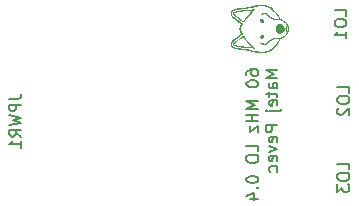
<source format=gbo>
G04 #@! TF.GenerationSoftware,KiCad,Pcbnew,8.0.2*
G04 #@! TF.CreationDate,2024-06-05T16:41:01+02:00*
G04 #@! TF.ProjectId,Local Oscillator 60 MHz,4c6f6361-6c20-44f7-9363-696c6c61746f,rev?*
G04 #@! TF.SameCoordinates,Original*
G04 #@! TF.FileFunction,Legend,Bot*
G04 #@! TF.FilePolarity,Positive*
%FSLAX46Y46*%
G04 Gerber Fmt 4.6, Leading zero omitted, Abs format (unit mm)*
G04 Created by KiCad (PCBNEW 8.0.2) date 2024-06-05 16:41:01*
%MOMM*%
%LPD*%
G01*
G04 APERTURE LIST*
%ADD10C,0.000000*%
%ADD11C,0.150000*%
%ADD12C,0.200000*%
%ADD13C,0.100000*%
%ADD14R,1.700000X1.700000*%
%ADD15O,1.700000X1.700000*%
%ADD16C,1.500000*%
%ADD17R,4.000000X6.000000*%
G04 APERTURE END LIST*
D10*
G36*
X104255254Y-63298742D02*
G01*
X104259999Y-63299211D01*
X104265103Y-63300033D01*
X104272207Y-63301871D01*
X104280374Y-63304888D01*
X104289445Y-63308971D01*
X104299261Y-63314009D01*
X104309666Y-63319889D01*
X104320500Y-63326499D01*
X104331605Y-63333728D01*
X104342823Y-63341462D01*
X104353996Y-63349589D01*
X104364965Y-63357999D01*
X104375573Y-63366578D01*
X104385660Y-63375214D01*
X104395068Y-63383796D01*
X104403640Y-63392210D01*
X104411217Y-63400346D01*
X104417641Y-63408091D01*
X104425112Y-63417915D01*
X104431775Y-63427042D01*
X104437685Y-63435646D01*
X104442895Y-63443904D01*
X104447460Y-63451991D01*
X104451435Y-63460084D01*
X104454872Y-63468356D01*
X104456406Y-63472615D01*
X104457826Y-63476986D01*
X104460352Y-63486147D01*
X104462503Y-63496015D01*
X104464333Y-63506768D01*
X104465897Y-63518579D01*
X104467249Y-63531625D01*
X104468443Y-63546081D01*
X104469532Y-63562124D01*
X104470572Y-63579928D01*
X104472790Y-63616322D01*
X104475189Y-63649526D01*
X104477481Y-63675871D01*
X104478499Y-63685326D01*
X104479383Y-63691691D01*
X104483288Y-63714321D01*
X104447574Y-63704998D01*
X104421843Y-63697409D01*
X104391327Y-63687042D01*
X104358197Y-63674783D01*
X104324622Y-63661515D01*
X104292773Y-63648123D01*
X104264820Y-63635491D01*
X104242934Y-63624504D01*
X104234943Y-63619903D01*
X104229283Y-63616045D01*
X104226030Y-63613403D01*
X104222985Y-63610720D01*
X104220123Y-63607951D01*
X104217418Y-63605052D01*
X104214845Y-63601979D01*
X104212378Y-63598686D01*
X104209992Y-63595129D01*
X104207661Y-63591264D01*
X104205360Y-63587045D01*
X104203062Y-63582429D01*
X104200743Y-63577370D01*
X104198377Y-63571824D01*
X104195938Y-63565747D01*
X104193401Y-63559093D01*
X104190740Y-63551818D01*
X104187929Y-63543878D01*
X104182112Y-63526878D01*
X104179729Y-63519527D01*
X104177674Y-63512789D01*
X104175931Y-63506547D01*
X104174483Y-63500688D01*
X104173313Y-63495094D01*
X104172405Y-63489652D01*
X104171742Y-63484246D01*
X104171306Y-63478759D01*
X104171082Y-63473078D01*
X104171052Y-63467087D01*
X104171201Y-63460670D01*
X104171510Y-63453712D01*
X104172546Y-63437711D01*
X104173784Y-63422732D01*
X104174470Y-63416140D01*
X104175226Y-63410056D01*
X104176072Y-63404413D01*
X104177025Y-63399144D01*
X104178106Y-63394180D01*
X104179332Y-63389456D01*
X104180725Y-63384903D01*
X104182301Y-63380454D01*
X104184081Y-63376042D01*
X104186083Y-63371599D01*
X104188327Y-63367058D01*
X104190832Y-63362351D01*
X104196699Y-63352172D01*
X104202017Y-63343405D01*
X104206946Y-63335563D01*
X104211540Y-63328604D01*
X104215853Y-63322489D01*
X104219937Y-63317177D01*
X104223847Y-63312626D01*
X104227635Y-63308795D01*
X104229501Y-63307138D01*
X104231356Y-63305645D01*
X104233208Y-63304313D01*
X104235062Y-63303135D01*
X104236927Y-63302106D01*
X104238808Y-63301222D01*
X104240713Y-63300478D01*
X104242647Y-63299868D01*
X104244617Y-63299387D01*
X104246632Y-63299030D01*
X104248696Y-63298792D01*
X104250816Y-63298668D01*
X104255254Y-63298742D01*
G37*
G36*
X104477983Y-64631227D02*
G01*
X104478495Y-64631479D01*
X104478966Y-64631894D01*
X104479396Y-64632464D01*
X104479785Y-64633181D01*
X104480134Y-64634035D01*
X104480442Y-64635019D01*
X104480710Y-64636125D01*
X104481129Y-64638666D01*
X104481390Y-64641592D01*
X104481498Y-64644834D01*
X104481454Y-64648326D01*
X104481260Y-64652001D01*
X104480920Y-64655790D01*
X104480434Y-64659628D01*
X104479805Y-64663446D01*
X104479036Y-64667177D01*
X104478129Y-64670754D01*
X104477085Y-64674110D01*
X104475909Y-64677177D01*
X104475889Y-64677179D01*
X104475346Y-64678800D01*
X104474815Y-64681100D01*
X104474298Y-64684036D01*
X104473797Y-64687565D01*
X104472860Y-64696231D01*
X104472025Y-64706757D01*
X104471317Y-64718799D01*
X104470757Y-64732016D01*
X104470369Y-64746066D01*
X104470176Y-64760606D01*
X104469980Y-64775882D01*
X104469558Y-64790022D01*
X104468881Y-64803133D01*
X104467918Y-64815320D01*
X104466641Y-64826689D01*
X104465020Y-64837345D01*
X104463025Y-64847395D01*
X104460628Y-64856943D01*
X104457799Y-64866095D01*
X104454508Y-64874957D01*
X104450726Y-64883635D01*
X104446424Y-64892234D01*
X104441572Y-64900860D01*
X104436140Y-64909618D01*
X104430100Y-64918615D01*
X104423422Y-64927955D01*
X104416814Y-64936309D01*
X104409013Y-64945058D01*
X104400180Y-64954084D01*
X104390474Y-64963272D01*
X104380057Y-64972505D01*
X104369088Y-64981665D01*
X104357728Y-64990637D01*
X104346137Y-64999303D01*
X104334475Y-65007548D01*
X104322904Y-65015254D01*
X104311584Y-65022305D01*
X104300674Y-65028583D01*
X104290335Y-65033974D01*
X104280728Y-65038359D01*
X104272013Y-65041622D01*
X104264351Y-65043647D01*
X104260310Y-65044401D01*
X104256672Y-65045015D01*
X104253396Y-65045474D01*
X104250441Y-65045768D01*
X104247766Y-65045883D01*
X104245331Y-65045808D01*
X104244191Y-65045695D01*
X104243095Y-65045530D01*
X104242039Y-65045311D01*
X104241017Y-65045037D01*
X104240025Y-65044706D01*
X104239057Y-65044317D01*
X104238108Y-65043868D01*
X104237173Y-65043357D01*
X104236247Y-65042783D01*
X104235325Y-65042145D01*
X104233472Y-65040669D01*
X104231574Y-65038917D01*
X104229589Y-65036876D01*
X104227478Y-65034534D01*
X104225198Y-65031879D01*
X104218903Y-65024208D01*
X104213081Y-65016649D01*
X104207716Y-65009164D01*
X104202795Y-65001716D01*
X104198301Y-64994268D01*
X104194219Y-64986781D01*
X104190535Y-64979218D01*
X104187234Y-64971542D01*
X104184299Y-64963716D01*
X104181717Y-64955700D01*
X104179471Y-64947459D01*
X104177548Y-64938954D01*
X104175931Y-64930147D01*
X104174605Y-64921002D01*
X104173557Y-64911481D01*
X104172769Y-64901545D01*
X104171886Y-64885882D01*
X104171633Y-64878990D01*
X104171519Y-64872604D01*
X104171556Y-64866637D01*
X104171757Y-64861000D01*
X104172131Y-64855603D01*
X104172691Y-64850358D01*
X104173448Y-64845175D01*
X104174413Y-64839967D01*
X104175598Y-64834644D01*
X104177013Y-64829117D01*
X104178671Y-64823297D01*
X104180583Y-64817095D01*
X104185211Y-64803192D01*
X104189546Y-64791071D01*
X104193899Y-64780050D01*
X104198396Y-64770020D01*
X104200738Y-64765342D01*
X104203164Y-64760871D01*
X104205689Y-64756593D01*
X104208328Y-64752495D01*
X104211099Y-64748563D01*
X104214015Y-64744782D01*
X104217094Y-64741141D01*
X104220352Y-64737624D01*
X104223802Y-64734218D01*
X104227463Y-64730910D01*
X104231348Y-64727686D01*
X104235475Y-64724533D01*
X104239858Y-64721436D01*
X104244514Y-64718382D01*
X104249458Y-64715358D01*
X104254706Y-64712349D01*
X104266178Y-64706324D01*
X104279055Y-64700198D01*
X104293464Y-64693863D01*
X104309531Y-64687208D01*
X104327381Y-64680125D01*
X104353762Y-64670012D01*
X104378932Y-64660723D01*
X104402407Y-64652417D01*
X104423703Y-64645251D01*
X104442337Y-64639383D01*
X104457825Y-64634971D01*
X104469683Y-64632173D01*
X104474100Y-64631429D01*
X104477429Y-64631148D01*
X104477983Y-64631227D01*
G37*
G36*
X105832481Y-63768556D02*
G01*
X105849790Y-63769452D01*
X105867484Y-63770973D01*
X105885556Y-63773122D01*
X105903997Y-63775902D01*
X105922802Y-63779315D01*
X105941962Y-63783365D01*
X105949026Y-63785159D01*
X105956498Y-63787432D01*
X105964343Y-63790166D01*
X105972528Y-63793343D01*
X105981019Y-63796945D01*
X105989782Y-63800953D01*
X105998782Y-63805350D01*
X106007986Y-63810118D01*
X106017359Y-63815238D01*
X106026867Y-63820693D01*
X106036477Y-63826463D01*
X106046154Y-63832531D01*
X106055864Y-63838880D01*
X106065574Y-63845489D01*
X106075248Y-63852343D01*
X106084853Y-63859422D01*
X106091988Y-63865019D01*
X106099008Y-63871001D01*
X106105919Y-63877378D01*
X106112729Y-63884160D01*
X106119447Y-63891358D01*
X106126080Y-63898982D01*
X106132636Y-63907043D01*
X106139122Y-63915552D01*
X106145548Y-63924519D01*
X106151919Y-63933954D01*
X106158245Y-63943869D01*
X106164532Y-63954274D01*
X106170790Y-63965179D01*
X106177025Y-63976595D01*
X106183246Y-63988532D01*
X106189459Y-64001002D01*
X106193845Y-64009707D01*
X106199429Y-64020334D01*
X106213278Y-64045706D01*
X106229174Y-64073824D01*
X106245286Y-64101393D01*
X106252879Y-64114297D01*
X106259949Y-64126618D01*
X106266340Y-64138068D01*
X106271900Y-64148355D01*
X106276474Y-64157190D01*
X106279910Y-64164284D01*
X106282052Y-64169345D01*
X106282590Y-64171023D01*
X106282748Y-64172084D01*
X106282427Y-64173310D01*
X106281559Y-64175471D01*
X106278299Y-64182391D01*
X106273193Y-64192422D01*
X106266465Y-64205145D01*
X106258342Y-64220139D01*
X106249047Y-64236984D01*
X106238808Y-64255260D01*
X106227847Y-64274546D01*
X106227848Y-64274546D01*
X106227849Y-64274546D01*
X106227850Y-64274546D01*
X106191728Y-64337370D01*
X106163153Y-64385705D01*
X106151028Y-64405272D01*
X106139989Y-64422217D01*
X106129768Y-64436873D01*
X106120097Y-64449574D01*
X106110711Y-64460652D01*
X106101342Y-64470441D01*
X106091723Y-64479275D01*
X106081586Y-64487486D01*
X106070665Y-64495408D01*
X106058692Y-64503375D01*
X106030523Y-64520775D01*
X106018429Y-64527890D01*
X106006733Y-64534354D01*
X105995322Y-64540195D01*
X105984085Y-64545440D01*
X105972910Y-64550116D01*
X105961686Y-64554251D01*
X105950300Y-64557872D01*
X105938640Y-64561007D01*
X105926595Y-64563683D01*
X105914053Y-64565927D01*
X105900902Y-64567767D01*
X105887030Y-64569230D01*
X105872325Y-64570344D01*
X105856676Y-64571136D01*
X105839970Y-64571633D01*
X105822096Y-64571864D01*
X105803552Y-64571818D01*
X105786299Y-64571445D01*
X105770237Y-64570719D01*
X105755268Y-64569610D01*
X105741293Y-64568090D01*
X105728212Y-64566133D01*
X105715927Y-64563709D01*
X105704338Y-64560792D01*
X105693346Y-64557352D01*
X105682853Y-64553362D01*
X105672759Y-64548794D01*
X105662965Y-64543621D01*
X105653372Y-64537813D01*
X105643880Y-64531344D01*
X105634392Y-64524185D01*
X105624808Y-64516308D01*
X105609261Y-64502366D01*
X105602058Y-64495339D01*
X105595226Y-64488237D01*
X105588756Y-64481031D01*
X105582640Y-64473694D01*
X105576871Y-64466196D01*
X105571442Y-64458509D01*
X105566343Y-64450606D01*
X105561568Y-64442457D01*
X105557109Y-64434035D01*
X105552957Y-64425311D01*
X105549106Y-64416257D01*
X105545547Y-64406845D01*
X105542273Y-64397046D01*
X105539276Y-64386831D01*
X105536547Y-64376173D01*
X105534080Y-64365044D01*
X105531867Y-64353414D01*
X105529899Y-64341256D01*
X105528170Y-64328541D01*
X105526670Y-64315241D01*
X105524331Y-64286772D01*
X105522819Y-64255623D01*
X105522073Y-64221568D01*
X105522031Y-64184379D01*
X105522629Y-64143830D01*
X105524687Y-64066154D01*
X105525946Y-64038723D01*
X105527546Y-64016869D01*
X105529628Y-63999073D01*
X105532334Y-63983812D01*
X105535804Y-63969567D01*
X105540180Y-63954816D01*
X105545047Y-63940513D01*
X105550480Y-63926756D01*
X105556472Y-63913550D01*
X105563016Y-63900898D01*
X105570105Y-63888801D01*
X105577732Y-63877264D01*
X105585890Y-63866289D01*
X105594572Y-63855879D01*
X105603771Y-63846038D01*
X105613480Y-63836767D01*
X105623692Y-63828071D01*
X105634399Y-63819952D01*
X105645597Y-63812413D01*
X105657276Y-63805458D01*
X105669430Y-63799088D01*
X105682052Y-63793307D01*
X105695135Y-63788119D01*
X105708673Y-63783525D01*
X105722657Y-63779530D01*
X105737082Y-63776135D01*
X105751940Y-63773345D01*
X105767224Y-63771161D01*
X105782927Y-63769587D01*
X105799042Y-63768627D01*
X105815562Y-63768282D01*
X105832481Y-63768556D01*
G37*
G36*
X106352753Y-63890046D02*
G01*
X106353966Y-63892681D01*
X106355388Y-63895557D01*
X106358788Y-63901923D01*
X106362811Y-63908918D01*
X106367315Y-63916313D01*
X106372159Y-63923882D01*
X106377200Y-63931400D01*
X106382297Y-63938638D01*
X106387307Y-63945369D01*
X106394782Y-63955360D01*
X106401673Y-63965140D01*
X106408001Y-63974766D01*
X106413787Y-63984294D01*
X106419052Y-63993780D01*
X106423817Y-64003283D01*
X106428103Y-64012858D01*
X106431930Y-64022562D01*
X106435320Y-64032453D01*
X106438293Y-64042585D01*
X106440871Y-64053017D01*
X106443073Y-64063805D01*
X106444922Y-64075005D01*
X106446437Y-64086675D01*
X106447641Y-64098871D01*
X106448553Y-64111650D01*
X106449216Y-64125253D01*
X106449693Y-64140369D01*
X106449985Y-64156493D01*
X106450091Y-64173121D01*
X106450010Y-64189749D01*
X106449742Y-64205873D01*
X106449288Y-64220989D01*
X106448646Y-64234591D01*
X106448631Y-64234590D01*
X106447444Y-64252825D01*
X106446084Y-64268046D01*
X106445286Y-64274748D01*
X106444383Y-64280965D01*
X106443352Y-64286785D01*
X106442174Y-64292297D01*
X106440827Y-64297590D01*
X106439290Y-64302754D01*
X106437543Y-64307878D01*
X106435563Y-64313051D01*
X106433332Y-64318363D01*
X106430826Y-64323901D01*
X106424911Y-64336017D01*
X106420617Y-64344306D01*
X106416146Y-64352544D01*
X106411630Y-64360517D01*
X106407201Y-64368007D01*
X106402989Y-64374798D01*
X106399124Y-64380673D01*
X106395739Y-64385415D01*
X106394268Y-64387294D01*
X106392965Y-64388809D01*
X106391660Y-64390315D01*
X106390184Y-64392169D01*
X106388552Y-64394345D01*
X106386782Y-64396815D01*
X106382890Y-64402538D01*
X106378643Y-64409128D01*
X106374171Y-64416374D01*
X106369606Y-64424068D01*
X106365082Y-64431998D01*
X106360730Y-64439957D01*
X106340259Y-64478266D01*
X106335989Y-64430192D01*
X106333348Y-64401832D01*
X106330667Y-64376039D01*
X106327849Y-64352143D01*
X106324798Y-64329474D01*
X106321418Y-64307362D01*
X106317613Y-64285136D01*
X106313286Y-64262126D01*
X106308341Y-64237662D01*
X106303799Y-64214751D01*
X106302039Y-64204710D01*
X106300624Y-64195421D01*
X106299558Y-64186739D01*
X106298843Y-64178520D01*
X106298484Y-64170620D01*
X106298483Y-64162895D01*
X106298845Y-64155202D01*
X106299572Y-64147397D01*
X106300667Y-64139334D01*
X106302135Y-64130871D01*
X106303979Y-64121863D01*
X106306201Y-64112167D01*
X106311796Y-64090133D01*
X106313716Y-64082212D01*
X106315753Y-64072640D01*
X106317844Y-64061782D01*
X106319928Y-64050004D01*
X106321941Y-64037671D01*
X106323822Y-64025149D01*
X106325510Y-64012804D01*
X106326940Y-64001000D01*
X106337606Y-63905721D01*
X106342055Y-63865766D01*
X106352753Y-63890046D01*
G37*
G36*
X104266988Y-62104498D02*
G01*
X104306794Y-62106295D01*
X104349708Y-62109635D01*
X104395759Y-62114519D01*
X104444975Y-62120948D01*
X104497383Y-62128923D01*
X104561044Y-62139110D01*
X104601883Y-62145416D01*
X104613626Y-62147777D01*
X104630182Y-62152082D01*
X104675276Y-62165657D01*
X104732260Y-62184403D01*
X104796229Y-62206585D01*
X104862279Y-62230463D01*
X104925505Y-62254300D01*
X104981001Y-62276359D01*
X105023862Y-62294902D01*
X105118236Y-62338713D01*
X105240279Y-62459874D01*
X105331025Y-62552218D01*
X105416140Y-62643412D01*
X105495205Y-62732936D01*
X105567806Y-62820274D01*
X105633526Y-62904908D01*
X105663675Y-62946048D01*
X105691948Y-62986319D01*
X105718292Y-63025655D01*
X105742655Y-63063990D01*
X105764986Y-63101262D01*
X105785232Y-63137404D01*
X105800260Y-63165547D01*
X105812822Y-63189756D01*
X105823098Y-63210435D01*
X105831269Y-63227988D01*
X105837514Y-63242819D01*
X105842013Y-63255331D01*
X105843664Y-63260845D01*
X105844946Y-63265930D01*
X105845881Y-63270638D01*
X105846492Y-63275018D01*
X105849742Y-63305122D01*
X105921590Y-63337940D01*
X105966363Y-63359128D01*
X106012732Y-63382440D01*
X106059700Y-63407311D01*
X106106270Y-63433173D01*
X106151445Y-63459460D01*
X106194227Y-63485606D01*
X106233622Y-63511044D01*
X106268630Y-63535207D01*
X106296028Y-63555268D01*
X106308241Y-63564590D01*
X106319707Y-63573681D01*
X106330606Y-63582720D01*
X106341121Y-63591888D01*
X106351432Y-63601365D01*
X106361721Y-63611332D01*
X106372170Y-63621969D01*
X106382961Y-63633456D01*
X106394274Y-63645975D01*
X106406292Y-63659705D01*
X106433168Y-63691519D01*
X106465039Y-63730343D01*
X106472384Y-63740164D01*
X106480408Y-63752356D01*
X106489020Y-63766718D01*
X106498127Y-63783042D01*
X106507637Y-63801126D01*
X106517458Y-63820765D01*
X106537665Y-63863887D01*
X106558011Y-63910775D01*
X106577758Y-63959791D01*
X106596170Y-64009299D01*
X106604644Y-64033727D01*
X106612509Y-64057664D01*
X106637491Y-64135769D01*
X106648635Y-64170051D01*
X106648566Y-64170969D01*
X106648111Y-64173051D01*
X106646118Y-64180458D01*
X106642806Y-64191781D01*
X106638325Y-64206528D01*
X106626463Y-64244326D01*
X106611740Y-64289918D01*
X106611757Y-64289914D01*
X106602281Y-64318139D01*
X106592367Y-64346195D01*
X106582082Y-64373921D01*
X106571488Y-64401156D01*
X106560650Y-64427741D01*
X106549631Y-64453515D01*
X106538495Y-64478317D01*
X106527306Y-64501988D01*
X106512866Y-64531387D01*
X106500456Y-64555595D01*
X106494713Y-64566211D01*
X106489118Y-64576078D01*
X106483552Y-64585381D01*
X106477895Y-64594301D01*
X106472027Y-64603023D01*
X106465829Y-64611729D01*
X106459182Y-64620603D01*
X106451965Y-64629828D01*
X106435344Y-64650064D01*
X106415009Y-64673900D01*
X106395655Y-64696061D01*
X106378389Y-64715061D01*
X106370272Y-64723621D01*
X106362357Y-64731686D01*
X106354536Y-64739355D01*
X106346702Y-64746726D01*
X106338750Y-64753897D01*
X106330571Y-64760967D01*
X106322058Y-64768034D01*
X106313106Y-64775198D01*
X106293454Y-64790206D01*
X106270758Y-64806779D01*
X106235492Y-64830981D01*
X106194143Y-64857415D01*
X106148397Y-64885128D01*
X106099942Y-64913164D01*
X106050464Y-64940568D01*
X106001650Y-64966384D01*
X105955188Y-64989659D01*
X105912765Y-65009437D01*
X105846684Y-65038813D01*
X105846684Y-65065511D01*
X105846554Y-65069705D01*
X105846136Y-65074035D01*
X105845386Y-65078601D01*
X105844257Y-65083506D01*
X105842706Y-65088849D01*
X105840689Y-65094732D01*
X105838160Y-65101257D01*
X105835075Y-65108524D01*
X105831390Y-65116635D01*
X105827060Y-65125692D01*
X105822040Y-65135795D01*
X105816286Y-65147045D01*
X105809754Y-65159544D01*
X105802398Y-65173394D01*
X105785037Y-65205548D01*
X105767811Y-65236708D01*
X105751247Y-65265526D01*
X105734822Y-65292808D01*
X105718011Y-65319364D01*
X105700289Y-65346000D01*
X105681132Y-65373525D01*
X105660014Y-65402747D01*
X105636412Y-65434473D01*
X105593741Y-65489847D01*
X105547691Y-65547123D01*
X105498861Y-65605619D01*
X105447851Y-65664650D01*
X105395264Y-65723533D01*
X105341698Y-65781586D01*
X105287754Y-65838124D01*
X105234033Y-65892464D01*
X105124404Y-66001279D01*
X105026051Y-66047101D01*
X104975268Y-66069437D01*
X104916525Y-66093097D01*
X104853043Y-66116977D01*
X104788044Y-66139971D01*
X104724750Y-66160976D01*
X104666383Y-66178885D01*
X104616164Y-66192594D01*
X104595117Y-66197528D01*
X104577316Y-66200998D01*
X104459659Y-66220163D01*
X104416194Y-66226527D01*
X104379604Y-66231122D01*
X104347367Y-66234231D01*
X104345030Y-66234377D01*
X104316957Y-66236136D01*
X104285850Y-66237120D01*
X104251521Y-66237465D01*
X104232058Y-66237373D01*
X104212081Y-66236995D01*
X104192159Y-66236360D01*
X104172858Y-66235497D01*
X104154746Y-66234436D01*
X104138389Y-66233207D01*
X104124355Y-66231839D01*
X104113212Y-66230362D01*
X104067109Y-66223208D01*
X104021007Y-66216402D01*
X103993029Y-66212317D01*
X103967168Y-66208284D01*
X103942301Y-66204088D01*
X103917306Y-66199517D01*
X103891057Y-66194358D01*
X103862433Y-66188397D01*
X103793565Y-66173217D01*
X103741315Y-66161516D01*
X103587639Y-66127278D01*
X103538462Y-66115819D01*
X103390933Y-66081754D01*
X103357316Y-66073925D01*
X103311021Y-66062994D01*
X103288327Y-66057684D01*
X103267434Y-66052927D01*
X103250662Y-66049241D01*
X103240330Y-66047147D01*
X103237040Y-66046543D01*
X103233578Y-66045860D01*
X103226556Y-66044350D01*
X103223203Y-66043572D01*
X103220093Y-66042810D01*
X103217332Y-66042090D01*
X103215022Y-66041434D01*
X103207014Y-66039654D01*
X103191032Y-66036581D01*
X103142988Y-66027929D01*
X103086575Y-66018230D01*
X103037477Y-66010236D01*
X103003322Y-66004541D01*
X102951418Y-65995548D01*
X102889157Y-65985270D01*
X102822240Y-65975454D01*
X102753832Y-65966537D01*
X102687094Y-65958958D01*
X102627064Y-65952536D01*
X102573374Y-65946548D01*
X102519683Y-65940494D01*
X102459653Y-65933909D01*
X102417285Y-65929154D01*
X102379264Y-65924488D01*
X102345133Y-65919836D01*
X102314435Y-65915124D01*
X102286713Y-65910278D01*
X102261512Y-65905221D01*
X102238375Y-65899880D01*
X102216844Y-65894180D01*
X102157909Y-65877884D01*
X102093903Y-65860671D01*
X101990049Y-65833052D01*
X101981752Y-65830649D01*
X101972046Y-65827549D01*
X101961285Y-65823881D01*
X101949820Y-65819775D01*
X101938006Y-65815359D01*
X101926194Y-65810763D01*
X101914737Y-65806117D01*
X101903989Y-65801549D01*
X101829991Y-65769430D01*
X101807488Y-65759576D01*
X101797834Y-65755128D01*
X101789074Y-65750879D01*
X101781082Y-65746738D01*
X101773730Y-65742616D01*
X101766890Y-65738421D01*
X101760434Y-65734063D01*
X101754236Y-65729453D01*
X101748168Y-65724499D01*
X101742101Y-65719111D01*
X101735910Y-65713200D01*
X101729465Y-65706674D01*
X101722640Y-65699443D01*
X101707340Y-65682505D01*
X101692671Y-65665844D01*
X101686635Y-65658810D01*
X101681373Y-65652479D01*
X101676817Y-65646730D01*
X101672899Y-65641441D01*
X101669552Y-65636492D01*
X101666708Y-65631761D01*
X101664297Y-65627127D01*
X101662253Y-65622468D01*
X101660508Y-65617665D01*
X101658993Y-65612595D01*
X101657640Y-65607137D01*
X101656382Y-65601170D01*
X101653878Y-65587226D01*
X101652249Y-65575787D01*
X101650951Y-65562671D01*
X101649986Y-65547951D01*
X101649356Y-65531699D01*
X101649062Y-65513991D01*
X101649095Y-65499823D01*
X101783476Y-65499823D01*
X101783521Y-65520842D01*
X101783839Y-65537044D01*
X101784185Y-65543693D01*
X101784701Y-65549562D01*
X101785420Y-65554794D01*
X101786378Y-65559529D01*
X101787608Y-65563909D01*
X101789143Y-65568076D01*
X101791019Y-65572172D01*
X101793268Y-65576337D01*
X101795925Y-65580715D01*
X101799023Y-65585445D01*
X101806682Y-65596532D01*
X101810182Y-65601434D01*
X101813627Y-65606016D01*
X101817066Y-65610320D01*
X101820550Y-65614387D01*
X101824129Y-65618257D01*
X101827854Y-65621972D01*
X101831776Y-65625574D01*
X101835945Y-65629103D01*
X101840412Y-65632600D01*
X101845227Y-65636106D01*
X101850440Y-65639663D01*
X101856102Y-65643312D01*
X101862264Y-65647093D01*
X101868976Y-65651048D01*
X101876288Y-65655219D01*
X101884252Y-65659645D01*
X101900796Y-65668528D01*
X101917459Y-65677036D01*
X101934327Y-65685199D01*
X101951484Y-65693047D01*
X101969015Y-65700607D01*
X101987004Y-65707911D01*
X102005535Y-65714987D01*
X102024694Y-65721865D01*
X102044565Y-65728574D01*
X102065233Y-65735144D01*
X102109295Y-65747983D01*
X102157557Y-65760619D01*
X102210697Y-65773286D01*
X102262454Y-65784610D01*
X102314640Y-65794780D01*
X102371008Y-65804308D01*
X102435310Y-65813708D01*
X102511299Y-65823492D01*
X102602728Y-65834174D01*
X102713350Y-65846268D01*
X102846918Y-65860285D01*
X102926343Y-65869268D01*
X103005018Y-65879546D01*
X103076872Y-65890270D01*
X103108342Y-65895534D01*
X103135829Y-65900593D01*
X103646036Y-66001433D01*
X103944110Y-66059872D01*
X104103992Y-66089895D01*
X104130067Y-66093365D01*
X104164008Y-66096907D01*
X104202766Y-66100309D01*
X104243295Y-66103359D01*
X104282547Y-66105847D01*
X104317474Y-66107559D01*
X104345030Y-66108286D01*
X104362168Y-66107816D01*
X104372520Y-66106574D01*
X104391617Y-66104132D01*
X104445154Y-66097068D01*
X104566506Y-66081150D01*
X104581959Y-66078237D01*
X104603390Y-66072812D01*
X104660545Y-66055744D01*
X104730685Y-66032574D01*
X104806526Y-66005929D01*
X104880782Y-65978437D01*
X104946167Y-65952726D01*
X104995396Y-65931423D01*
X105011676Y-65923246D01*
X105021185Y-65917157D01*
X105027190Y-65911856D01*
X105036744Y-65903160D01*
X105064531Y-65877415D01*
X105100612Y-65843590D01*
X105141053Y-65805356D01*
X105339981Y-65616501D01*
X105438764Y-65522720D01*
X105573569Y-65325972D01*
X105661717Y-65196770D01*
X105715012Y-65116919D01*
X105731032Y-65091744D01*
X105741269Y-65074399D01*
X105746701Y-65063380D01*
X105747921Y-65059774D01*
X105748305Y-65057187D01*
X105748264Y-65056785D01*
X105748139Y-65056383D01*
X105747932Y-65055979D01*
X105747645Y-65055575D01*
X105747278Y-65055171D01*
X105746834Y-65054767D01*
X105746313Y-65054364D01*
X105745718Y-65053963D01*
X105745050Y-65053564D01*
X105744311Y-65053167D01*
X105743501Y-65052772D01*
X105742623Y-65052381D01*
X105740667Y-65051611D01*
X105738455Y-65050860D01*
X105735999Y-65050131D01*
X105733310Y-65049429D01*
X105730402Y-65048758D01*
X105727287Y-65048120D01*
X105723975Y-65047520D01*
X105720480Y-65046962D01*
X105716813Y-65046450D01*
X105712986Y-65045987D01*
X105696627Y-65043999D01*
X105678212Y-65041515D01*
X105659998Y-65038852D01*
X105644240Y-65036325D01*
X105636731Y-65035183D01*
X105628180Y-65034115D01*
X105618884Y-65033147D01*
X105609142Y-65032301D01*
X105599250Y-65031601D01*
X105589508Y-65031072D01*
X105580211Y-65030737D01*
X105571659Y-65030620D01*
X105558354Y-65030781D01*
X105544967Y-65031342D01*
X105530463Y-65032422D01*
X105513804Y-65034141D01*
X105493953Y-65036616D01*
X105469873Y-65039967D01*
X105440528Y-65044312D01*
X105404880Y-65049771D01*
X105394288Y-65051806D01*
X105381815Y-65054896D01*
X105367655Y-65058959D01*
X105352007Y-65063917D01*
X105317025Y-65076205D01*
X105278441Y-65091128D01*
X105237822Y-65108054D01*
X105196737Y-65126353D01*
X105156758Y-65145393D01*
X105119451Y-65164544D01*
X105105492Y-65172183D01*
X105091619Y-65180112D01*
X105077695Y-65188432D01*
X105063582Y-65197244D01*
X105049143Y-65206649D01*
X105034239Y-65216750D01*
X105018734Y-65227647D01*
X105002490Y-65239441D01*
X104967233Y-65266130D01*
X104927368Y-65297628D01*
X104881793Y-65334745D01*
X104829408Y-65378294D01*
X104796961Y-65405138D01*
X104763191Y-65432521D01*
X104732092Y-65457233D01*
X104707659Y-65476067D01*
X104659737Y-65512008D01*
X104578776Y-65525277D01*
X104497815Y-65538545D01*
X104445360Y-65524195D01*
X104416128Y-65516096D01*
X104392751Y-65509173D01*
X104382686Y-65505893D01*
X104373399Y-65502595D01*
X104364662Y-65499174D01*
X104356245Y-65495526D01*
X104347921Y-65491549D01*
X104339460Y-65487137D01*
X104330635Y-65482186D01*
X104321216Y-65476592D01*
X104299684Y-65463061D01*
X104273037Y-65445709D01*
X104241144Y-65424985D01*
X104211109Y-65405781D01*
X104186309Y-65390237D01*
X104170121Y-65380494D01*
X104164882Y-65377445D01*
X104159992Y-65374475D01*
X104155559Y-65371660D01*
X104151690Y-65369073D01*
X104148492Y-65366787D01*
X104146072Y-65364877D01*
X104145187Y-65364085D01*
X104144537Y-65363416D01*
X104144135Y-65362877D01*
X104143994Y-65362479D01*
X104144135Y-65362320D01*
X104144555Y-65362167D01*
X104146209Y-65361883D01*
X104148900Y-65361626D01*
X104152571Y-65361398D01*
X104162636Y-65361029D01*
X104175956Y-65360781D01*
X104192085Y-65360661D01*
X104210576Y-65360674D01*
X104230983Y-65360827D01*
X104252860Y-65361124D01*
X104282149Y-65361703D01*
X104306473Y-65362425D01*
X104326332Y-65363336D01*
X104342226Y-65364482D01*
X104354654Y-65365908D01*
X104364116Y-65367660D01*
X104367891Y-65368673D01*
X104371112Y-65369785D01*
X104373841Y-65371001D01*
X104376142Y-65372328D01*
X104386530Y-65378415D01*
X104398408Y-65384103D01*
X104411587Y-65389365D01*
X104425879Y-65394173D01*
X104441096Y-65398501D01*
X104457050Y-65402322D01*
X104473551Y-65405609D01*
X104490412Y-65408334D01*
X104507444Y-65410471D01*
X104524459Y-65411993D01*
X104541269Y-65412872D01*
X104557684Y-65413082D01*
X104573517Y-65412596D01*
X104588580Y-65411386D01*
X104602684Y-65409426D01*
X104615640Y-65406689D01*
X104623966Y-65404420D01*
X104631989Y-65401833D01*
X104635971Y-65400356D01*
X104639978Y-65398722D01*
X104644044Y-65396904D01*
X104648204Y-65394878D01*
X104652490Y-65392617D01*
X104656936Y-65390095D01*
X104661577Y-65387287D01*
X104666445Y-65384165D01*
X104677002Y-65376880D01*
X104688875Y-65368033D01*
X104702336Y-65357415D01*
X104717654Y-65344821D01*
X104735100Y-65330041D01*
X104754944Y-65312869D01*
X104777456Y-65293097D01*
X104802905Y-65270517D01*
X104863700Y-65216105D01*
X104989169Y-65103444D01*
X105142845Y-65027905D01*
X105204213Y-64998040D01*
X105257699Y-64972564D01*
X105297557Y-64954179D01*
X105310578Y-64948489D01*
X105318036Y-64945586D01*
X105333435Y-64941880D01*
X105358014Y-64937282D01*
X105389201Y-64932160D01*
X105424428Y-64926884D01*
X105461122Y-64921824D01*
X105496713Y-64917349D01*
X105528631Y-64913828D01*
X105554305Y-64911631D01*
X105565010Y-64911199D01*
X105579135Y-64911032D01*
X105596077Y-64911118D01*
X105615228Y-64911443D01*
X105635985Y-64911995D01*
X105657741Y-64912761D01*
X105679893Y-64913728D01*
X105701834Y-64914882D01*
X105782443Y-64919421D01*
X105828950Y-64921857D01*
X105831746Y-64921915D01*
X105834551Y-64921841D01*
X105837364Y-64921634D01*
X105840186Y-64921294D01*
X105843019Y-64920822D01*
X105845863Y-64920218D01*
X105848718Y-64919480D01*
X105851585Y-64918609D01*
X105854466Y-64917605D01*
X105857360Y-64916468D01*
X105860269Y-64915197D01*
X105863192Y-64913793D01*
X105866132Y-64912255D01*
X105869088Y-64910583D01*
X105872061Y-64908777D01*
X105875053Y-64906837D01*
X105882233Y-64902406D01*
X105893540Y-64895913D01*
X105908397Y-64887666D01*
X105926227Y-64877977D01*
X105968495Y-64855518D01*
X106015728Y-64831023D01*
X106066517Y-64804399D01*
X106118467Y-64776145D01*
X106165482Y-64749634D01*
X106185235Y-64738087D01*
X106201469Y-64728239D01*
X106222666Y-64714875D01*
X106231692Y-64709005D01*
X106239823Y-64703539D01*
X106247176Y-64698375D01*
X106253866Y-64693410D01*
X106260009Y-64688540D01*
X106265721Y-64683663D01*
X106271117Y-64678677D01*
X106276314Y-64673478D01*
X106281428Y-64667964D01*
X106286573Y-64662031D01*
X106291867Y-64655578D01*
X106297424Y-64648500D01*
X106309793Y-64632062D01*
X106318864Y-64619370D01*
X106329569Y-64603667D01*
X106341513Y-64585575D01*
X106354302Y-64565712D01*
X106367541Y-64544698D01*
X106380835Y-64523153D01*
X106393791Y-64501697D01*
X106406013Y-64480949D01*
X106421603Y-64453693D01*
X106435287Y-64428794D01*
X106447439Y-64405454D01*
X106458433Y-64382876D01*
X106468642Y-64360263D01*
X106478442Y-64336818D01*
X106488206Y-64311743D01*
X106498307Y-64284243D01*
X106512128Y-64245095D01*
X106523551Y-64211562D01*
X106531389Y-64187208D01*
X106533594Y-64179588D01*
X106534457Y-64175599D01*
X106534337Y-64174059D01*
X106533848Y-64171500D01*
X106531834Y-64163564D01*
X106528563Y-64152257D01*
X106524180Y-64138047D01*
X106518835Y-64121403D01*
X106512675Y-64102793D01*
X106505846Y-64082684D01*
X106498496Y-64061544D01*
X106487637Y-64031254D01*
X106477596Y-64004727D01*
X106467817Y-63980770D01*
X106457742Y-63958189D01*
X106446815Y-63935793D01*
X106434477Y-63912389D01*
X106420173Y-63886784D01*
X106403346Y-63857785D01*
X106390824Y-63836758D01*
X106377650Y-63815139D01*
X106350930Y-63772592D01*
X106338172Y-63752896D01*
X106326343Y-63735074D01*
X106315837Y-63719742D01*
X106307049Y-63707516D01*
X106295149Y-63691837D01*
X106289769Y-63685067D01*
X106284612Y-63678874D01*
X106279564Y-63673160D01*
X106274506Y-63667822D01*
X106269323Y-63662760D01*
X106263898Y-63657872D01*
X106258115Y-63653059D01*
X106251856Y-63648220D01*
X106245007Y-63643253D01*
X106237449Y-63638057D01*
X106229067Y-63632532D01*
X106219744Y-63626577D01*
X106197810Y-63612974D01*
X106181076Y-63602954D01*
X106160857Y-63591241D01*
X106113051Y-63564442D01*
X106060566Y-63535978D01*
X106009581Y-63509253D01*
X105962441Y-63484783D01*
X105920428Y-63462463D01*
X105888119Y-63444755D01*
X105877034Y-63438401D01*
X105870091Y-63434125D01*
X105866501Y-63431765D01*
X105863154Y-63429674D01*
X105859996Y-63427840D01*
X105856974Y-63426254D01*
X105854034Y-63424904D01*
X105851122Y-63423779D01*
X105848184Y-63422870D01*
X105846688Y-63422493D01*
X105845166Y-63422166D01*
X105842014Y-63421656D01*
X105838676Y-63421330D01*
X105835096Y-63421176D01*
X105831220Y-63421185D01*
X105826997Y-63421346D01*
X105822370Y-63421648D01*
X105817287Y-63422080D01*
X105811694Y-63422633D01*
X105801950Y-63423455D01*
X105787888Y-63424361D01*
X105749463Y-63426306D01*
X105701724Y-63428235D01*
X105649978Y-63429913D01*
X105615152Y-63430779D01*
X105585182Y-63431224D01*
X105559212Y-63431220D01*
X105536387Y-63430738D01*
X105515850Y-63429748D01*
X105496747Y-63428219D01*
X105478222Y-63426123D01*
X105459419Y-63423431D01*
X105361066Y-63408089D01*
X105353317Y-63406799D01*
X105345822Y-63405344D01*
X105338333Y-63403617D01*
X105330601Y-63401510D01*
X105322379Y-63398917D01*
X105313419Y-63395729D01*
X105303471Y-63391841D01*
X105292290Y-63387143D01*
X105279625Y-63381530D01*
X105265230Y-63374894D01*
X105248856Y-63367128D01*
X105230255Y-63358124D01*
X105185380Y-63335974D01*
X105128621Y-63307587D01*
X104991456Y-63238767D01*
X104880552Y-63140414D01*
X104802822Y-63071605D01*
X104743501Y-63019996D01*
X104719520Y-62999849D01*
X104698672Y-62983051D01*
X104680469Y-62969285D01*
X104664420Y-62958233D01*
X104650035Y-62949580D01*
X104636826Y-62943008D01*
X104624303Y-62938201D01*
X104611976Y-62934840D01*
X104599355Y-62932609D01*
X104585952Y-62931192D01*
X104554838Y-62929529D01*
X104542838Y-62929179D01*
X104531132Y-62929181D01*
X104519695Y-62929541D01*
X104508505Y-62930263D01*
X104497541Y-62931353D01*
X104486780Y-62932816D01*
X104476199Y-62934658D01*
X104465777Y-62936883D01*
X104455490Y-62939498D01*
X104445318Y-62942506D01*
X104435236Y-62945915D01*
X104425224Y-62949728D01*
X104415258Y-62953951D01*
X104405317Y-62958590D01*
X104395378Y-62963649D01*
X104385419Y-62969134D01*
X104380928Y-62971662D01*
X104376744Y-62973881D01*
X104374711Y-62974880D01*
X104372687Y-62975808D01*
X104370651Y-62976668D01*
X104368579Y-62977462D01*
X104366450Y-62978192D01*
X104364242Y-62978859D01*
X104361930Y-62979467D01*
X104359495Y-62980017D01*
X104356912Y-62980512D01*
X104354160Y-62980954D01*
X104351216Y-62981344D01*
X104348059Y-62981685D01*
X104344665Y-62981980D01*
X104341012Y-62982230D01*
X104332840Y-62982606D01*
X104323366Y-62982829D01*
X104312409Y-62982917D01*
X104299791Y-62982887D01*
X104285334Y-62982758D01*
X104250183Y-62982268D01*
X104140874Y-62980578D01*
X104174581Y-62959062D01*
X104203048Y-62940962D01*
X104229395Y-62924431D01*
X104261127Y-62904796D01*
X104305753Y-62877381D01*
X104322206Y-62867534D01*
X104329901Y-62863141D01*
X104337336Y-62859062D01*
X104344585Y-62855264D01*
X104351718Y-62851719D01*
X104358807Y-62848395D01*
X104365925Y-62845261D01*
X104373144Y-62842288D01*
X104380534Y-62839444D01*
X104388169Y-62836698D01*
X104396121Y-62834021D01*
X104413259Y-62828748D01*
X104432524Y-62823379D01*
X104501293Y-62804953D01*
X104560819Y-62814544D01*
X104639882Y-62827252D01*
X104641985Y-62827709D01*
X104644398Y-62828461D01*
X104650129Y-62830830D01*
X104657025Y-62834322D01*
X104665034Y-62838900D01*
X104674105Y-62844526D01*
X104684187Y-62851163D01*
X104695228Y-62858774D01*
X104707178Y-62867322D01*
X104719986Y-62876769D01*
X104733599Y-62887078D01*
X104763040Y-62910133D01*
X104795091Y-62936188D01*
X104829345Y-62964947D01*
X104897378Y-63021960D01*
X104957708Y-63070160D01*
X104985689Y-63091405D01*
X105012589Y-63110985D01*
X105038692Y-63129081D01*
X105064279Y-63145873D01*
X105089632Y-63161539D01*
X105115032Y-63176259D01*
X105140762Y-63190214D01*
X105167104Y-63203583D01*
X105194340Y-63216545D01*
X105222751Y-63229281D01*
X105284227Y-63254790D01*
X105313022Y-63266101D01*
X105336958Y-63275063D01*
X105347624Y-63278799D01*
X105357700Y-63282112D01*
X105367393Y-63285056D01*
X105376911Y-63287685D01*
X105386462Y-63290054D01*
X105396254Y-63292217D01*
X105406495Y-63294229D01*
X105417393Y-63296144D01*
X105441991Y-63299902D01*
X105471713Y-63303928D01*
X105503031Y-63307975D01*
X105527833Y-63310881D01*
X105538439Y-63311909D01*
X105548195Y-63312657D01*
X105557360Y-63313125D01*
X105566194Y-63313316D01*
X105574958Y-63313231D01*
X105583910Y-63312871D01*
X105593310Y-63312239D01*
X105603418Y-63311335D01*
X105626797Y-63308720D01*
X105656125Y-63305038D01*
X105685346Y-63301276D01*
X105707340Y-63298249D01*
X105723108Y-63295652D01*
X105728970Y-63294421D01*
X105733652Y-63293183D01*
X105737278Y-63291902D01*
X105739973Y-63290538D01*
X105741864Y-63289053D01*
X105743075Y-63287411D01*
X105743731Y-63285572D01*
X105743958Y-63283500D01*
X105743625Y-63278500D01*
X105743304Y-63276732D01*
X105742690Y-63274575D01*
X105741798Y-63272059D01*
X105740644Y-63269215D01*
X105739246Y-63266072D01*
X105737617Y-63262659D01*
X105735776Y-63259008D01*
X105733738Y-63255147D01*
X105731518Y-63251106D01*
X105729134Y-63246916D01*
X105723934Y-63238205D01*
X105718268Y-63229254D01*
X105715300Y-63224763D01*
X105712263Y-63220301D01*
X105469906Y-62865883D01*
X105464658Y-62858343D01*
X105459133Y-62850770D01*
X105453275Y-62843101D01*
X105447023Y-62835272D01*
X105440318Y-62827221D01*
X105433103Y-62818886D01*
X105425317Y-62810203D01*
X105416903Y-62801110D01*
X105407800Y-62791543D01*
X105397951Y-62781441D01*
X105375775Y-62759378D01*
X105349904Y-62734418D01*
X105319867Y-62706059D01*
X105106815Y-62506005D01*
X105070311Y-62471393D01*
X105055502Y-62457544D01*
X105042145Y-62445545D01*
X105029608Y-62435055D01*
X105017257Y-62425733D01*
X105010954Y-62421404D01*
X105004460Y-62417239D01*
X104997696Y-62413196D01*
X104990584Y-62409232D01*
X104974996Y-62401371D01*
X104957064Y-62393316D01*
X104936154Y-62384725D01*
X104911634Y-62375257D01*
X104849234Y-62352332D01*
X104764801Y-62321812D01*
X104724124Y-62307201D01*
X104689805Y-62295229D01*
X104660742Y-62285575D01*
X104635838Y-62277917D01*
X104613991Y-62271935D01*
X104594102Y-62267308D01*
X104575072Y-62263715D01*
X104555801Y-62260835D01*
X104496673Y-62252729D01*
X104445154Y-62245308D01*
X104433179Y-62243817D01*
X104418752Y-62242542D01*
X104383906Y-62240635D01*
X104343340Y-62239576D01*
X104299780Y-62239352D01*
X104255951Y-62239952D01*
X104214577Y-62241365D01*
X104178383Y-62243579D01*
X104150094Y-62246583D01*
X104087860Y-62256401D01*
X104012041Y-62269560D01*
X103933022Y-62284195D01*
X103861182Y-62298441D01*
X103779830Y-62314931D01*
X103692138Y-62332210D01*
X103609863Y-62348406D01*
X103541535Y-62362301D01*
X103381969Y-62394350D01*
X103198763Y-62429219D01*
X103038646Y-62458214D01*
X102948344Y-62472644D01*
X102825402Y-62485494D01*
X102615084Y-62507923D01*
X102453247Y-62527347D01*
X102333800Y-62544558D01*
X102288069Y-62552582D01*
X102250652Y-62560350D01*
X102170148Y-62579113D01*
X102139631Y-62586606D01*
X102113565Y-62593391D01*
X102090420Y-62599880D01*
X102068666Y-62606486D01*
X102046773Y-62613621D01*
X102023211Y-62621698D01*
X101995471Y-62631970D01*
X101966506Y-62643756D01*
X101937495Y-62656483D01*
X101909616Y-62669578D01*
X101884048Y-62682468D01*
X101861969Y-62694581D01*
X101852606Y-62700166D01*
X101844557Y-62705343D01*
X101837970Y-62710038D01*
X101832992Y-62714181D01*
X101831682Y-62715452D01*
X101830217Y-62716967D01*
X101826886Y-62720644D01*
X101823125Y-62725055D01*
X101819060Y-62730043D01*
X101814817Y-62735450D01*
X101810522Y-62741117D01*
X101806301Y-62746888D01*
X101802280Y-62752606D01*
X101799102Y-62757269D01*
X101796304Y-62761526D01*
X101793861Y-62765493D01*
X101791748Y-62769286D01*
X101790809Y-62771153D01*
X101789943Y-62773020D01*
X101789148Y-62774901D01*
X101788421Y-62776811D01*
X101787759Y-62778765D01*
X101787158Y-62780776D01*
X101786616Y-62782860D01*
X101786130Y-62785030D01*
X101785697Y-62787302D01*
X101785313Y-62789689D01*
X101784977Y-62792207D01*
X101784684Y-62794869D01*
X101784218Y-62800686D01*
X101783891Y-62807255D01*
X101783679Y-62814692D01*
X101783558Y-62823114D01*
X101783495Y-62843374D01*
X101783689Y-62857247D01*
X101784235Y-62872372D01*
X101785095Y-62888261D01*
X101786232Y-62904428D01*
X101787608Y-62920386D01*
X101789183Y-62935648D01*
X101790921Y-62949726D01*
X101792783Y-62962134D01*
X101802049Y-63017458D01*
X101898801Y-63111177D01*
X101925022Y-63136233D01*
X101950095Y-63159436D01*
X101974586Y-63181263D01*
X101999063Y-63202189D01*
X102024094Y-63222687D01*
X102050246Y-63243233D01*
X102078086Y-63264302D01*
X102108183Y-63286369D01*
X102241511Y-63383208D01*
X102254972Y-63393055D01*
X102276328Y-63408506D01*
X102330978Y-63447752D01*
X102457248Y-63538443D01*
X102495181Y-63566026D01*
X102512095Y-63578718D01*
X102521821Y-63586002D01*
X102543604Y-63601907D01*
X102574221Y-63624088D01*
X102610448Y-63650200D01*
X102677001Y-63698410D01*
X102698465Y-63714226D01*
X102707796Y-63721400D01*
X102708020Y-63721745D01*
X102708144Y-63722263D01*
X102708170Y-63722947D01*
X102708100Y-63723794D01*
X102707683Y-63725956D01*
X102706908Y-63728713D01*
X102705792Y-63732026D01*
X102704350Y-63735859D01*
X102702599Y-63740175D01*
X102700555Y-63744935D01*
X102698234Y-63750104D01*
X102695653Y-63755643D01*
X102692828Y-63761516D01*
X102689776Y-63767685D01*
X102686511Y-63774113D01*
X102683052Y-63780762D01*
X102679413Y-63787597D01*
X102675611Y-63794579D01*
X102667255Y-63810431D01*
X102657874Y-63829401D01*
X102647788Y-63850773D01*
X102637315Y-63873834D01*
X102626773Y-63897869D01*
X102616481Y-63922165D01*
X102606759Y-63946007D01*
X102597923Y-63968682D01*
X102582698Y-64010125D01*
X102576281Y-64028776D01*
X102570625Y-64046245D01*
X102565701Y-64062680D01*
X102561483Y-64078231D01*
X102557943Y-64093047D01*
X102555054Y-64107276D01*
X102552788Y-64121068D01*
X102551119Y-64134572D01*
X102550017Y-64147936D01*
X102549458Y-64161309D01*
X102549411Y-64174840D01*
X102549852Y-64188679D01*
X102550751Y-64202974D01*
X102552082Y-64217874D01*
X102554074Y-64232447D01*
X102557265Y-64248880D01*
X102561590Y-64266998D01*
X102566982Y-64286630D01*
X102573374Y-64307603D01*
X102580700Y-64329744D01*
X102588893Y-64352881D01*
X102597886Y-64376841D01*
X102618009Y-64426538D01*
X102640535Y-64477456D01*
X102664932Y-64528212D01*
X102677667Y-64553097D01*
X102690669Y-64577425D01*
X102695193Y-64585826D01*
X102699318Y-64593736D01*
X102702961Y-64600975D01*
X102706038Y-64607365D01*
X102708466Y-64612728D01*
X102710162Y-64616886D01*
X102710709Y-64618458D01*
X102711041Y-64619661D01*
X102711149Y-64620474D01*
X102711115Y-64620727D01*
X102711021Y-64620874D01*
X102594889Y-64704891D01*
X102396054Y-64848928D01*
X102329345Y-64897233D01*
X102288481Y-64926553D01*
X102174402Y-65008158D01*
X102060094Y-65091057D01*
X102039903Y-65106136D01*
X102021574Y-65120364D01*
X102003856Y-65134849D01*
X101985496Y-65150698D01*
X101965244Y-65169019D01*
X101941847Y-65190919D01*
X101914055Y-65217506D01*
X101880614Y-65249888D01*
X101802561Y-65325745D01*
X101793018Y-65381038D01*
X101791101Y-65393442D01*
X101789313Y-65407518D01*
X101787693Y-65422780D01*
X101786279Y-65438740D01*
X101785111Y-65454912D01*
X101784229Y-65470808D01*
X101783671Y-65485941D01*
X101783476Y-65499823D01*
X101649095Y-65499823D01*
X101649106Y-65494899D01*
X101649491Y-65474496D01*
X101650217Y-65452857D01*
X101653918Y-65361800D01*
X101680271Y-65308401D01*
X101684626Y-65299716D01*
X101688856Y-65291630D01*
X101693097Y-65283979D01*
X101697486Y-65276595D01*
X101702159Y-65269312D01*
X101707250Y-65261965D01*
X101712897Y-65254388D01*
X101719235Y-65246413D01*
X101726399Y-65237874D01*
X101734527Y-65228607D01*
X101743753Y-65218443D01*
X101754214Y-65207218D01*
X101779384Y-65180917D01*
X101811124Y-65148373D01*
X101843823Y-65115301D01*
X101872760Y-65086925D01*
X101886578Y-65073851D01*
X101900366Y-65061175D01*
X101914429Y-65048639D01*
X101929070Y-65035984D01*
X101944593Y-65022951D01*
X101961302Y-65009282D01*
X101999491Y-64978999D01*
X102046066Y-64943068D01*
X102103459Y-64899417D01*
X102185930Y-64837364D01*
X102271625Y-64773619D01*
X102350417Y-64715677D01*
X102412174Y-64671032D01*
X102459124Y-64637073D01*
X102497598Y-64608227D01*
X102512415Y-64596675D01*
X102523624Y-64587546D01*
X102530727Y-64581219D01*
X102532585Y-64579227D01*
X102533230Y-64578078D01*
X102533068Y-64577061D01*
X102532561Y-64575455D01*
X102531725Y-64573294D01*
X102530578Y-64570612D01*
X102527421Y-64563825D01*
X102523230Y-64555373D01*
X102518147Y-64545533D01*
X102512311Y-64534582D01*
X102505864Y-64522798D01*
X102498947Y-64510460D01*
X102484796Y-64484634D01*
X102471676Y-64458857D01*
X102459593Y-64433150D01*
X102448552Y-64407534D01*
X102438558Y-64382033D01*
X102429618Y-64356667D01*
X102421736Y-64331459D01*
X102414919Y-64306430D01*
X102409171Y-64281603D01*
X102404499Y-64256999D01*
X102400907Y-64232639D01*
X102398401Y-64208547D01*
X102396987Y-64184743D01*
X102396671Y-64161250D01*
X102397457Y-64138089D01*
X102399351Y-64115283D01*
X102401260Y-64100578D01*
X102403870Y-64085104D01*
X102407151Y-64068950D01*
X102411071Y-64052204D01*
X102415600Y-64034955D01*
X102420707Y-64017290D01*
X102426360Y-63999298D01*
X102432529Y-63981068D01*
X102439184Y-63962686D01*
X102446292Y-63944243D01*
X102453823Y-63925825D01*
X102461746Y-63907522D01*
X102470031Y-63889421D01*
X102478646Y-63871612D01*
X102487560Y-63854181D01*
X102496743Y-63837217D01*
X102510977Y-63811207D01*
X102522634Y-63789017D01*
X102527120Y-63780091D01*
X102530510Y-63773002D01*
X102532655Y-63768044D01*
X102533213Y-63766457D01*
X102533403Y-63765513D01*
X102533249Y-63765099D01*
X102532789Y-63764470D01*
X102530988Y-63762593D01*
X102528060Y-63759926D01*
X102524066Y-63756518D01*
X102513123Y-63747662D01*
X102498644Y-63736397D01*
X102481113Y-63723096D01*
X102461018Y-63708131D01*
X102438842Y-63691876D01*
X102415072Y-63674702D01*
X102353605Y-63629985D01*
X102273719Y-63570984D01*
X102185750Y-63505373D01*
X102100036Y-63440828D01*
X102042238Y-63396872D01*
X101994563Y-63360116D01*
X101955027Y-63328897D01*
X101921648Y-63301553D01*
X101892445Y-63276422D01*
X101865435Y-63251842D01*
X101838635Y-63226151D01*
X101810065Y-63197688D01*
X101782017Y-63169193D01*
X101759490Y-63145771D01*
X101741503Y-63126215D01*
X101733905Y-63117510D01*
X101727076Y-63109320D01*
X101720891Y-63101493D01*
X101715229Y-63093878D01*
X101709967Y-63086325D01*
X101704982Y-63078684D01*
X101700152Y-63070802D01*
X101695355Y-63062531D01*
X101685369Y-63044213D01*
X101653936Y-62984894D01*
X101650111Y-62891941D01*
X101648793Y-62847792D01*
X101648661Y-62828431D01*
X101648913Y-62810706D01*
X101649575Y-62794489D01*
X101650670Y-62779651D01*
X101652224Y-62766062D01*
X101654262Y-62753594D01*
X101656808Y-62742118D01*
X101659887Y-62731505D01*
X101663523Y-62721625D01*
X101667743Y-62712351D01*
X101672569Y-62703553D01*
X101678028Y-62695101D01*
X101684144Y-62686868D01*
X101690942Y-62678724D01*
X101716111Y-62649810D01*
X101737352Y-62625062D01*
X101740229Y-62621848D01*
X101743378Y-62618708D01*
X101746866Y-62615606D01*
X101750763Y-62612505D01*
X101755135Y-62609369D01*
X101760052Y-62606160D01*
X101765581Y-62602842D01*
X101771791Y-62599378D01*
X101778750Y-62595732D01*
X101786525Y-62591865D01*
X101795185Y-62587743D01*
X101804798Y-62583327D01*
X101815433Y-62578581D01*
X101827157Y-62573469D01*
X101854146Y-62561996D01*
X101895728Y-62545063D01*
X101936239Y-62529479D01*
X101954643Y-62522733D01*
X101971041Y-62516973D01*
X101984852Y-62512416D01*
X101995497Y-62509277D01*
X102139116Y-62470375D01*
X102263588Y-62435900D01*
X102272235Y-62433565D01*
X102281247Y-62431385D01*
X102290357Y-62429407D01*
X102299303Y-62427680D01*
X102307818Y-62426252D01*
X102315637Y-62425170D01*
X102322497Y-62424482D01*
X102328132Y-62424236D01*
X102333691Y-62424108D01*
X102340332Y-62423759D01*
X102347806Y-62423212D01*
X102355864Y-62422493D01*
X102364255Y-62421624D01*
X102372732Y-62420632D01*
X102381043Y-62419539D01*
X102388940Y-62418370D01*
X102406621Y-62415820D01*
X102427496Y-62413184D01*
X102448958Y-62410770D01*
X102468399Y-62408889D01*
X102485209Y-62407295D01*
X102499505Y-62405664D01*
X102505237Y-62404894D01*
X102509773Y-62404186D01*
X102512925Y-62403564D01*
X102513922Y-62403293D01*
X102514502Y-62403053D01*
X102515145Y-62402810D01*
X102516331Y-62402534D01*
X102520209Y-62401890D01*
X102525896Y-62401147D01*
X102533151Y-62400329D01*
X102541734Y-62399462D01*
X102551404Y-62398571D01*
X102561922Y-62397681D01*
X102573045Y-62396817D01*
X102594722Y-62395049D01*
X102613072Y-62393227D01*
X102620394Y-62392363D01*
X102626159Y-62391568D01*
X102630124Y-62390868D01*
X102631356Y-62390562D01*
X102632048Y-62390290D01*
X102632784Y-62390005D01*
X102634150Y-62389662D01*
X102638635Y-62388819D01*
X102645225Y-62387798D01*
X102653640Y-62386635D01*
X102663601Y-62385368D01*
X102674829Y-62384033D01*
X102687046Y-62382667D01*
X102699973Y-62381308D01*
X102792740Y-62371470D01*
X102829930Y-62366987D01*
X102865492Y-62362145D01*
X102902801Y-62356455D01*
X102945233Y-62349430D01*
X103058970Y-62329422D01*
X103111221Y-62320135D01*
X103188059Y-62306451D01*
X103214506Y-62301068D01*
X103259250Y-62291277D01*
X103316038Y-62278471D01*
X103378617Y-62264045D01*
X103528683Y-62229592D01*
X103673677Y-62197051D01*
X103842721Y-62159412D01*
X103872043Y-62152846D01*
X103902271Y-62146690D01*
X103934534Y-62140765D01*
X103969962Y-62134892D01*
X104009687Y-62128892D01*
X104054839Y-62122588D01*
X104106547Y-62115800D01*
X104165943Y-62108349D01*
X104180890Y-62106745D01*
X104196590Y-62105526D01*
X104213047Y-62104691D01*
X104230263Y-62104242D01*
X104248242Y-62104177D01*
X104266988Y-62104498D01*
G37*
G36*
X103762847Y-62505883D02*
G01*
X103767882Y-62506217D01*
X103769943Y-62506462D01*
X103771671Y-62506758D01*
X103773045Y-62507105D01*
X103774044Y-62507502D01*
X103774648Y-62507948D01*
X103774794Y-62508189D01*
X103774834Y-62508441D01*
X103774740Y-62508757D01*
X103774494Y-62509185D01*
X103773557Y-62510364D01*
X103772053Y-62511955D01*
X103770013Y-62513931D01*
X103767468Y-62516267D01*
X103764448Y-62518937D01*
X103757107Y-62525178D01*
X103748236Y-62532449D01*
X103738080Y-62540546D01*
X103726886Y-62549264D01*
X103714899Y-62558400D01*
X103714900Y-62558397D01*
X103714901Y-62558394D01*
X103714902Y-62558392D01*
X103714902Y-62558390D01*
X103714903Y-62558389D01*
X103695210Y-62573840D01*
X103673291Y-62592136D01*
X103649366Y-62613056D01*
X103623653Y-62636377D01*
X103567741Y-62689339D01*
X103507307Y-62749252D01*
X103444104Y-62814343D01*
X103379882Y-62882841D01*
X103316396Y-62952974D01*
X103255397Y-63022971D01*
X103058205Y-63253486D01*
X103045565Y-63268538D01*
X103031128Y-63286362D01*
X103015399Y-63306298D01*
X102998883Y-63327685D01*
X102982085Y-63349863D01*
X102965511Y-63372171D01*
X102949664Y-63393948D01*
X102935051Y-63414534D01*
X102921293Y-63433778D01*
X102907037Y-63452920D01*
X102877688Y-63490204D01*
X102848319Y-63524997D01*
X102820247Y-63555908D01*
X102807108Y-63569474D01*
X102794787Y-63581548D01*
X102783448Y-63591957D01*
X102773256Y-63600526D01*
X102764375Y-63607083D01*
X102756969Y-63611453D01*
X102753871Y-63612763D01*
X102751203Y-63613462D01*
X102750000Y-63613498D01*
X102748987Y-63613528D01*
X102747242Y-63612938D01*
X102744151Y-63610890D01*
X102738358Y-63606908D01*
X102720006Y-63594085D01*
X102694865Y-63576349D01*
X102665615Y-63555582D01*
X102610546Y-63516704D01*
X102591460Y-63503472D01*
X102581679Y-63496942D01*
X102564451Y-63485060D01*
X102525092Y-63457241D01*
X102403378Y-63370410D01*
X102146278Y-63187004D01*
X102114454Y-63164333D01*
X102087956Y-63145031D01*
X102065181Y-63127776D01*
X102044528Y-63111246D01*
X102024395Y-63094119D01*
X102003179Y-63075072D01*
X101979278Y-63052785D01*
X101951090Y-63025933D01*
X101900483Y-62977444D01*
X101886338Y-62920620D01*
X101882178Y-62903430D01*
X101879048Y-62889059D01*
X101878674Y-62887069D01*
X101962640Y-62887069D01*
X101962689Y-62889780D01*
X101962859Y-62892444D01*
X101963151Y-62895054D01*
X101963570Y-62897603D01*
X101964117Y-62900083D01*
X101964702Y-62902046D01*
X101965502Y-62904143D01*
X101966511Y-62906368D01*
X101967724Y-62908716D01*
X101970742Y-62913758D01*
X101974513Y-62919226D01*
X101978995Y-62925076D01*
X101984146Y-62931264D01*
X101989924Y-62937747D01*
X101996287Y-62944482D01*
X102003192Y-62951425D01*
X102010597Y-62958532D01*
X102018460Y-62965761D01*
X102026739Y-62973067D01*
X102035392Y-62980407D01*
X102044376Y-62987737D01*
X102053649Y-62995014D01*
X102063169Y-63002195D01*
X102318105Y-63188407D01*
X102535022Y-63345715D01*
X102551389Y-63357381D01*
X102578866Y-63377320D01*
X102651816Y-63430846D01*
X102688545Y-63457692D01*
X102719299Y-63479679D01*
X102740858Y-63494538D01*
X102747182Y-63498586D01*
X102749055Y-63499640D01*
X102750000Y-63500000D01*
X102750251Y-63499961D01*
X102750539Y-63499841D01*
X102750864Y-63499643D01*
X102751225Y-63499368D01*
X102751619Y-63499020D01*
X102752046Y-63498599D01*
X102752992Y-63497549D01*
X102754053Y-63496233D01*
X102755218Y-63494669D01*
X102756477Y-63492872D01*
X102757819Y-63490857D01*
X102759234Y-63488642D01*
X102760712Y-63486242D01*
X102762241Y-63483672D01*
X102763812Y-63480949D01*
X102765414Y-63478090D01*
X102767037Y-63475109D01*
X102768669Y-63472023D01*
X102770302Y-63468848D01*
X102777660Y-63455827D01*
X102788592Y-63438636D01*
X102820100Y-63393140D01*
X102862674Y-63335147D01*
X102914164Y-63267446D01*
X102972421Y-63192826D01*
X103035293Y-63114075D01*
X103100631Y-63033981D01*
X103166284Y-62955334D01*
X103219229Y-62892267D01*
X103272751Y-62827895D01*
X103284772Y-62813740D01*
X103298280Y-62798530D01*
X103312817Y-62782740D01*
X103327921Y-62766847D01*
X103343134Y-62751327D01*
X103357996Y-62736656D01*
X103372047Y-62723312D01*
X103384828Y-62711769D01*
X103407413Y-62691838D01*
X103425924Y-62675142D01*
X103438450Y-62663429D01*
X103441871Y-62659989D01*
X103442767Y-62658969D01*
X103443079Y-62658451D01*
X103442967Y-62658330D01*
X103442621Y-62658221D01*
X103441253Y-62658040D01*
X103435971Y-62657818D01*
X103427604Y-62657780D01*
X103416524Y-62657918D01*
X103403104Y-62658225D01*
X103387715Y-62658695D01*
X103370728Y-62659321D01*
X103352516Y-62660096D01*
X103352513Y-62660111D01*
X102930261Y-62680705D01*
X102800048Y-62688290D01*
X102717829Y-62694389D01*
X102580550Y-62706798D01*
X102514980Y-62714534D01*
X102434508Y-62726828D01*
X102345497Y-62742400D01*
X102254308Y-62759970D01*
X102167304Y-62778258D01*
X102090846Y-62795983D01*
X102031297Y-62811864D01*
X102009852Y-62818714D01*
X101995019Y-62824623D01*
X101993029Y-62825665D01*
X101991073Y-62826870D01*
X101989155Y-62828229D01*
X101987278Y-62829734D01*
X101985446Y-62831379D01*
X101983660Y-62833154D01*
X101981924Y-62835052D01*
X101980242Y-62837067D01*
X101978617Y-62839189D01*
X101977052Y-62841411D01*
X101975549Y-62843726D01*
X101974112Y-62846126D01*
X101971450Y-62851150D01*
X101969090Y-62856420D01*
X101967058Y-62861876D01*
X101965378Y-62867456D01*
X101964076Y-62873097D01*
X101963575Y-62875922D01*
X101963177Y-62878740D01*
X101962887Y-62881542D01*
X101962706Y-62884321D01*
X101962640Y-62887069D01*
X101878674Y-62887069D01*
X101877851Y-62882684D01*
X101876889Y-62876717D01*
X101876154Y-62871061D01*
X101875640Y-62865615D01*
X101875338Y-62860282D01*
X101875241Y-62854962D01*
X101875342Y-62849557D01*
X101875633Y-62843968D01*
X101876106Y-62838097D01*
X101876755Y-62831844D01*
X101878548Y-62817799D01*
X101880676Y-62802849D01*
X101881650Y-62796711D01*
X101882621Y-62791356D01*
X101883630Y-62786702D01*
X101884721Y-62782668D01*
X101885937Y-62779171D01*
X101887319Y-62776131D01*
X101888910Y-62773465D01*
X101889798Y-62772247D01*
X101890754Y-62771093D01*
X101892892Y-62768931D01*
X101895366Y-62766900D01*
X101898221Y-62764916D01*
X101901497Y-62762899D01*
X101909487Y-62758438D01*
X101922835Y-62751903D01*
X101940065Y-62744616D01*
X101984372Y-62728308D01*
X102038805Y-62710545D01*
X102099758Y-62692360D01*
X102163627Y-62674786D01*
X102226809Y-62658856D01*
X102285699Y-62645601D01*
X102336693Y-62636054D01*
X102413546Y-62623720D01*
X102435598Y-62619957D01*
X102462723Y-62615098D01*
X102482917Y-62611664D01*
X102505700Y-62608297D01*
X102530954Y-62605010D01*
X102558560Y-62601817D01*
X102588402Y-62598730D01*
X102620362Y-62595762D01*
X102654322Y-62592926D01*
X102690164Y-62590235D01*
X102762540Y-62584723D01*
X102832118Y-62578692D01*
X102898349Y-62572191D01*
X102960681Y-62565273D01*
X102982458Y-62562807D01*
X103005363Y-62560400D01*
X103026673Y-62558325D01*
X103043667Y-62556857D01*
X103060899Y-62555342D01*
X103082860Y-62553151D01*
X103106728Y-62550574D01*
X103129679Y-62547903D01*
X103169220Y-62543639D01*
X103220271Y-62538966D01*
X103345759Y-62529190D01*
X103483842Y-62520165D01*
X103612224Y-62513484D01*
X103646526Y-62511891D01*
X103680850Y-62510091D01*
X103711212Y-62508305D01*
X103733628Y-62506751D01*
X103741957Y-62506191D01*
X103749716Y-62505864D01*
X103756735Y-62505763D01*
X103762847Y-62505883D01*
G37*
G36*
X102754522Y-64729502D02*
G01*
X102755083Y-64729699D01*
X102756584Y-64730470D01*
X102758564Y-64731725D01*
X102760994Y-64733437D01*
X102763841Y-64735579D01*
X102767076Y-64738127D01*
X102770668Y-64741053D01*
X102774586Y-64744332D01*
X102783277Y-64751845D01*
X102792903Y-64760457D01*
X102803217Y-64769961D01*
X102813975Y-64780149D01*
X102820768Y-64786789D01*
X102827625Y-64793732D01*
X102841569Y-64808572D01*
X102855875Y-64824754D01*
X102870611Y-64842360D01*
X102885847Y-64861475D01*
X102901650Y-64882183D01*
X102918090Y-64904569D01*
X102935235Y-64928716D01*
X102980454Y-64989644D01*
X103042103Y-65067383D01*
X103115716Y-65156724D01*
X103196822Y-65252456D01*
X103280952Y-65349369D01*
X103363639Y-65442253D01*
X103440414Y-65525898D01*
X103506807Y-65595094D01*
X103532997Y-65621218D01*
X103559965Y-65647571D01*
X103586937Y-65673436D01*
X103613143Y-65698094D01*
X103637812Y-65720827D01*
X103660171Y-65740915D01*
X103679450Y-65757641D01*
X103694877Y-65770285D01*
X103743032Y-65808144D01*
X103768641Y-65828597D01*
X103769312Y-65829207D01*
X103769833Y-65829782D01*
X103770195Y-65830323D01*
X103770314Y-65830581D01*
X103770390Y-65830830D01*
X103770422Y-65831072D01*
X103770410Y-65831305D01*
X103770351Y-65831530D01*
X103770246Y-65831747D01*
X103770092Y-65831955D01*
X103769890Y-65832156D01*
X103769637Y-65832349D01*
X103769333Y-65832533D01*
X103768566Y-65832879D01*
X103767582Y-65833194D01*
X103766372Y-65833478D01*
X103764927Y-65833732D01*
X103763239Y-65833956D01*
X103761299Y-65834150D01*
X103759100Y-65834315D01*
X103756631Y-65834451D01*
X103753886Y-65834559D01*
X103750855Y-65834638D01*
X103743902Y-65834716D01*
X103735706Y-65834686D01*
X103726198Y-65834552D01*
X103715310Y-65834317D01*
X103702976Y-65833985D01*
X103689126Y-65833558D01*
X103673693Y-65833039D01*
X103673694Y-65833039D01*
X103673694Y-65833038D01*
X103673695Y-65833037D01*
X103673696Y-65833037D01*
X103673696Y-65833036D01*
X103673697Y-65833036D01*
X103627301Y-65831187D01*
X103578226Y-65828811D01*
X103532320Y-65826218D01*
X103495432Y-65823719D01*
X103446256Y-65820086D01*
X103414445Y-65817736D01*
X103323315Y-65811343D01*
X103258548Y-65806689D01*
X103197523Y-65801644D01*
X103130238Y-65795321D01*
X103046697Y-65786833D01*
X102923756Y-65774420D01*
X102859749Y-65767982D01*
X102800814Y-65761858D01*
X102774975Y-65759321D01*
X102745518Y-65756780D01*
X102716071Y-65754526D01*
X102690261Y-65752855D01*
X102665476Y-65751259D01*
X102639179Y-65749208D01*
X102584960Y-65744046D01*
X102558493Y-65741090D01*
X102533423Y-65737986D01*
X102510479Y-65734811D01*
X102490388Y-65731644D01*
X102473380Y-65728850D01*
X102452065Y-65725502D01*
X102429164Y-65722021D01*
X102407402Y-65718827D01*
X102352559Y-65710445D01*
X102328091Y-65706319D01*
X102306051Y-65702322D01*
X102286783Y-65698520D01*
X102270631Y-65694978D01*
X102257940Y-65691761D01*
X102249054Y-65688933D01*
X102245670Y-65687698D01*
X102242514Y-65686658D01*
X102239654Y-65685827D01*
X102237158Y-65685219D01*
X102236069Y-65685004D01*
X102235097Y-65684849D01*
X102234251Y-65684758D01*
X102233539Y-65684732D01*
X102232971Y-65684773D01*
X102232554Y-65684882D01*
X102232405Y-65684963D01*
X102232297Y-65685061D01*
X102232232Y-65685178D01*
X102232210Y-65685313D01*
X102232190Y-65685447D01*
X102232129Y-65685564D01*
X102232028Y-65685664D01*
X102231890Y-65685747D01*
X102231714Y-65685814D01*
X102231502Y-65685864D01*
X102231254Y-65685899D01*
X102230972Y-65685917D01*
X102230657Y-65685920D01*
X102230310Y-65685908D01*
X102229522Y-65685837D01*
X102228617Y-65685706D01*
X102227603Y-65685517D01*
X102226488Y-65685272D01*
X102225279Y-65684972D01*
X102223986Y-65684619D01*
X102222616Y-65684214D01*
X102221177Y-65683759D01*
X102219677Y-65683255D01*
X102218124Y-65682704D01*
X102216527Y-65682108D01*
X102213016Y-65680844D01*
X102209045Y-65679543D01*
X102204750Y-65678243D01*
X102200268Y-65676980D01*
X102195735Y-65675791D01*
X102191288Y-65674713D01*
X102187064Y-65673783D01*
X102183199Y-65673039D01*
X102169507Y-65670281D01*
X102153274Y-65666431D01*
X102114915Y-65656031D01*
X102071582Y-65642995D01*
X102026735Y-65628481D01*
X101983837Y-65613647D01*
X101946346Y-65599651D01*
X101917726Y-65587649D01*
X101907823Y-65582758D01*
X101901435Y-65578800D01*
X101898917Y-65576678D01*
X101896528Y-65574282D01*
X101894270Y-65571621D01*
X101892142Y-65568702D01*
X101890147Y-65565532D01*
X101888283Y-65562120D01*
X101886552Y-65558472D01*
X101884954Y-65554597D01*
X101883490Y-65550501D01*
X101882161Y-65546194D01*
X101879908Y-65536972D01*
X101878201Y-65526994D01*
X101877044Y-65516319D01*
X101876442Y-65505008D01*
X101876400Y-65493124D01*
X101876924Y-65480726D01*
X101878017Y-65467877D01*
X101879410Y-65456822D01*
X101963644Y-65456822D01*
X101963659Y-65459408D01*
X101963803Y-65462031D01*
X101964075Y-65464699D01*
X101964473Y-65467419D01*
X101964994Y-65470197D01*
X101966400Y-65475959D01*
X101968274Y-65482043D01*
X101970601Y-65488505D01*
X101972717Y-65494136D01*
X101974658Y-65499061D01*
X101975654Y-65501294D01*
X101976716Y-65503395D01*
X101977879Y-65505378D01*
X101979182Y-65507259D01*
X101980660Y-65509050D01*
X101982349Y-65510769D01*
X101984287Y-65512428D01*
X101986509Y-65514043D01*
X101989052Y-65515630D01*
X101991952Y-65517201D01*
X101995246Y-65518773D01*
X101998971Y-65520360D01*
X102003163Y-65521977D01*
X102007858Y-65523638D01*
X102013094Y-65525358D01*
X102018905Y-65527153D01*
X102025329Y-65529036D01*
X102032403Y-65531023D01*
X102048644Y-65535367D01*
X102067920Y-65540302D01*
X102090522Y-65545946D01*
X102146874Y-65559836D01*
X102196684Y-65571617D01*
X102248781Y-65583025D01*
X102302083Y-65593864D01*
X102355507Y-65603938D01*
X102407972Y-65613050D01*
X102458394Y-65621005D01*
X102505693Y-65627606D01*
X102548785Y-65632658D01*
X102689354Y-65646761D01*
X102747706Y-65651875D01*
X102806931Y-65656301D01*
X102873652Y-65660492D01*
X102954490Y-65664901D01*
X103185006Y-65676185D01*
X103381712Y-65685637D01*
X103446256Y-65688762D01*
X103415301Y-65659357D01*
X103381758Y-65627757D01*
X103344582Y-65593073D01*
X103344580Y-65593091D01*
X103323840Y-65572310D01*
X103296327Y-65542380D01*
X103225075Y-65460188D01*
X103139007Y-65356739D01*
X103046302Y-65242257D01*
X102955142Y-65126963D01*
X102873706Y-65021083D01*
X102810176Y-64934839D01*
X102787681Y-64902275D01*
X102772731Y-64878453D01*
X102750796Y-64839946D01*
X102659012Y-64907822D01*
X102586390Y-64961143D01*
X102558228Y-64981553D01*
X102540677Y-64994026D01*
X102401437Y-65093505D01*
X102226238Y-65222480D01*
X102072361Y-65338335D01*
X102021319Y-65378024D01*
X101997089Y-65398451D01*
X101990861Y-65405252D01*
X101985322Y-65411629D01*
X101980454Y-65417639D01*
X101976240Y-65423341D01*
X101972665Y-65428790D01*
X101971111Y-65431438D01*
X101969710Y-65434045D01*
X101968460Y-65436617D01*
X101967359Y-65439163D01*
X101966405Y-65441688D01*
X101965595Y-65444201D01*
X101964928Y-65446708D01*
X101964402Y-65449216D01*
X101964014Y-65451733D01*
X101963762Y-65454266D01*
X101963644Y-65456822D01*
X101879410Y-65456822D01*
X101879685Y-65454637D01*
X101881933Y-65441067D01*
X101884765Y-65427229D01*
X101888187Y-65413183D01*
X101900694Y-65365656D01*
X101969634Y-65299664D01*
X101994689Y-65275850D01*
X102006119Y-65265296D01*
X102017594Y-65255058D01*
X102029694Y-65244697D01*
X102043003Y-65233775D01*
X102058101Y-65221850D01*
X102075571Y-65208486D01*
X102095994Y-65193241D01*
X102119952Y-65175677D01*
X102148027Y-65155355D01*
X102180800Y-65131836D01*
X102262770Y-65073446D01*
X102370516Y-64996995D01*
X102666353Y-64786925D01*
X102698240Y-64764604D01*
X102712595Y-64754841D01*
X102725411Y-64746324D01*
X102736329Y-64739289D01*
X102744988Y-64733972D01*
X102751030Y-64730609D01*
X102752956Y-64729734D01*
X102754093Y-64729435D01*
X102754522Y-64729502D01*
G37*
D11*
X103000519Y-68051712D02*
X103000519Y-67861236D01*
X103000519Y-67861236D02*
X103048138Y-67765998D01*
X103048138Y-67765998D02*
X103095757Y-67718379D01*
X103095757Y-67718379D02*
X103238614Y-67623141D01*
X103238614Y-67623141D02*
X103429090Y-67575522D01*
X103429090Y-67575522D02*
X103810042Y-67575522D01*
X103810042Y-67575522D02*
X103905280Y-67623141D01*
X103905280Y-67623141D02*
X103952900Y-67670760D01*
X103952900Y-67670760D02*
X104000519Y-67765998D01*
X104000519Y-67765998D02*
X104000519Y-67956474D01*
X104000519Y-67956474D02*
X103952900Y-68051712D01*
X103952900Y-68051712D02*
X103905280Y-68099331D01*
X103905280Y-68099331D02*
X103810042Y-68146950D01*
X103810042Y-68146950D02*
X103571947Y-68146950D01*
X103571947Y-68146950D02*
X103476709Y-68099331D01*
X103476709Y-68099331D02*
X103429090Y-68051712D01*
X103429090Y-68051712D02*
X103381471Y-67956474D01*
X103381471Y-67956474D02*
X103381471Y-67765998D01*
X103381471Y-67765998D02*
X103429090Y-67670760D01*
X103429090Y-67670760D02*
X103476709Y-67623141D01*
X103476709Y-67623141D02*
X103571947Y-67575522D01*
X103000519Y-68765998D02*
X103000519Y-68861236D01*
X103000519Y-68861236D02*
X103048138Y-68956474D01*
X103048138Y-68956474D02*
X103095757Y-69004093D01*
X103095757Y-69004093D02*
X103190995Y-69051712D01*
X103190995Y-69051712D02*
X103381471Y-69099331D01*
X103381471Y-69099331D02*
X103619566Y-69099331D01*
X103619566Y-69099331D02*
X103810042Y-69051712D01*
X103810042Y-69051712D02*
X103905280Y-69004093D01*
X103905280Y-69004093D02*
X103952900Y-68956474D01*
X103952900Y-68956474D02*
X104000519Y-68861236D01*
X104000519Y-68861236D02*
X104000519Y-68765998D01*
X104000519Y-68765998D02*
X103952900Y-68670760D01*
X103952900Y-68670760D02*
X103905280Y-68623141D01*
X103905280Y-68623141D02*
X103810042Y-68575522D01*
X103810042Y-68575522D02*
X103619566Y-68527903D01*
X103619566Y-68527903D02*
X103381471Y-68527903D01*
X103381471Y-68527903D02*
X103190995Y-68575522D01*
X103190995Y-68575522D02*
X103095757Y-68623141D01*
X103095757Y-68623141D02*
X103048138Y-68670760D01*
X103048138Y-68670760D02*
X103000519Y-68765998D01*
X104000519Y-70289808D02*
X103000519Y-70289808D01*
X103000519Y-70289808D02*
X103714804Y-70623141D01*
X103714804Y-70623141D02*
X103000519Y-70956474D01*
X103000519Y-70956474D02*
X104000519Y-70956474D01*
X104000519Y-71432665D02*
X103000519Y-71432665D01*
X103476709Y-71432665D02*
X103476709Y-72004093D01*
X104000519Y-72004093D02*
X103000519Y-72004093D01*
X103333852Y-72385046D02*
X103333852Y-72908855D01*
X103333852Y-72908855D02*
X104000519Y-72385046D01*
X104000519Y-72385046D02*
X104000519Y-72908855D01*
X104000519Y-74527903D02*
X104000519Y-74051713D01*
X104000519Y-74051713D02*
X103000519Y-74051713D01*
X103000519Y-75051713D02*
X103000519Y-75242189D01*
X103000519Y-75242189D02*
X103048138Y-75337427D01*
X103048138Y-75337427D02*
X103143376Y-75432665D01*
X103143376Y-75432665D02*
X103333852Y-75480284D01*
X103333852Y-75480284D02*
X103667185Y-75480284D01*
X103667185Y-75480284D02*
X103857661Y-75432665D01*
X103857661Y-75432665D02*
X103952900Y-75337427D01*
X103952900Y-75337427D02*
X104000519Y-75242189D01*
X104000519Y-75242189D02*
X104000519Y-75051713D01*
X104000519Y-75051713D02*
X103952900Y-74956475D01*
X103952900Y-74956475D02*
X103857661Y-74861237D01*
X103857661Y-74861237D02*
X103667185Y-74813618D01*
X103667185Y-74813618D02*
X103333852Y-74813618D01*
X103333852Y-74813618D02*
X103143376Y-74861237D01*
X103143376Y-74861237D02*
X103048138Y-74956475D01*
X103048138Y-74956475D02*
X103000519Y-75051713D01*
X103000519Y-76861237D02*
X103000519Y-76956475D01*
X103000519Y-76956475D02*
X103048138Y-77051713D01*
X103048138Y-77051713D02*
X103095757Y-77099332D01*
X103095757Y-77099332D02*
X103190995Y-77146951D01*
X103190995Y-77146951D02*
X103381471Y-77194570D01*
X103381471Y-77194570D02*
X103619566Y-77194570D01*
X103619566Y-77194570D02*
X103810042Y-77146951D01*
X103810042Y-77146951D02*
X103905280Y-77099332D01*
X103905280Y-77099332D02*
X103952900Y-77051713D01*
X103952900Y-77051713D02*
X104000519Y-76956475D01*
X104000519Y-76956475D02*
X104000519Y-76861237D01*
X104000519Y-76861237D02*
X103952900Y-76765999D01*
X103952900Y-76765999D02*
X103905280Y-76718380D01*
X103905280Y-76718380D02*
X103810042Y-76670761D01*
X103810042Y-76670761D02*
X103619566Y-76623142D01*
X103619566Y-76623142D02*
X103381471Y-76623142D01*
X103381471Y-76623142D02*
X103190995Y-76670761D01*
X103190995Y-76670761D02*
X103095757Y-76718380D01*
X103095757Y-76718380D02*
X103048138Y-76765999D01*
X103048138Y-76765999D02*
X103000519Y-76861237D01*
X103905280Y-77623142D02*
X103952900Y-77670761D01*
X103952900Y-77670761D02*
X104000519Y-77623142D01*
X104000519Y-77623142D02*
X103952900Y-77575523D01*
X103952900Y-77575523D02*
X103905280Y-77623142D01*
X103905280Y-77623142D02*
X104000519Y-77623142D01*
X103333852Y-78527903D02*
X104000519Y-78527903D01*
X102952900Y-78289808D02*
X103667185Y-78051713D01*
X103667185Y-78051713D02*
X103667185Y-78670760D01*
X105610463Y-67623141D02*
X104610463Y-67623141D01*
X104610463Y-67623141D02*
X105324748Y-67956474D01*
X105324748Y-67956474D02*
X104610463Y-68289807D01*
X104610463Y-68289807D02*
X105610463Y-68289807D01*
X105610463Y-69194569D02*
X105086653Y-69194569D01*
X105086653Y-69194569D02*
X104991415Y-69146950D01*
X104991415Y-69146950D02*
X104943796Y-69051712D01*
X104943796Y-69051712D02*
X104943796Y-68861236D01*
X104943796Y-68861236D02*
X104991415Y-68765998D01*
X105562844Y-69194569D02*
X105610463Y-69099331D01*
X105610463Y-69099331D02*
X105610463Y-68861236D01*
X105610463Y-68861236D02*
X105562844Y-68765998D01*
X105562844Y-68765998D02*
X105467605Y-68718379D01*
X105467605Y-68718379D02*
X105372367Y-68718379D01*
X105372367Y-68718379D02*
X105277129Y-68765998D01*
X105277129Y-68765998D02*
X105229510Y-68861236D01*
X105229510Y-68861236D02*
X105229510Y-69099331D01*
X105229510Y-69099331D02*
X105181891Y-69194569D01*
X104943796Y-69527903D02*
X104943796Y-69908855D01*
X104610463Y-69670760D02*
X105467605Y-69670760D01*
X105467605Y-69670760D02*
X105562844Y-69718379D01*
X105562844Y-69718379D02*
X105610463Y-69813617D01*
X105610463Y-69813617D02*
X105610463Y-69908855D01*
X105562844Y-70623141D02*
X105610463Y-70527903D01*
X105610463Y-70527903D02*
X105610463Y-70337427D01*
X105610463Y-70337427D02*
X105562844Y-70242189D01*
X105562844Y-70242189D02*
X105467605Y-70194570D01*
X105467605Y-70194570D02*
X105086653Y-70194570D01*
X105086653Y-70194570D02*
X104991415Y-70242189D01*
X104991415Y-70242189D02*
X104943796Y-70337427D01*
X104943796Y-70337427D02*
X104943796Y-70527903D01*
X104943796Y-70527903D02*
X104991415Y-70623141D01*
X104991415Y-70623141D02*
X105086653Y-70670760D01*
X105086653Y-70670760D02*
X105181891Y-70670760D01*
X105181891Y-70670760D02*
X105277129Y-70194570D01*
X104943796Y-71099332D02*
X105800939Y-71099332D01*
X105800939Y-71099332D02*
X105896177Y-71051713D01*
X105896177Y-71051713D02*
X105943796Y-70956475D01*
X105943796Y-70956475D02*
X105943796Y-70908856D01*
X104610463Y-71099332D02*
X104658082Y-71051713D01*
X104658082Y-71051713D02*
X104705701Y-71099332D01*
X104705701Y-71099332D02*
X104658082Y-71146951D01*
X104658082Y-71146951D02*
X104610463Y-71099332D01*
X104610463Y-71099332D02*
X104705701Y-71099332D01*
X105610463Y-72337427D02*
X104610463Y-72337427D01*
X104610463Y-72337427D02*
X104610463Y-72718379D01*
X104610463Y-72718379D02*
X104658082Y-72813617D01*
X104658082Y-72813617D02*
X104705701Y-72861236D01*
X104705701Y-72861236D02*
X104800939Y-72908855D01*
X104800939Y-72908855D02*
X104943796Y-72908855D01*
X104943796Y-72908855D02*
X105039034Y-72861236D01*
X105039034Y-72861236D02*
X105086653Y-72813617D01*
X105086653Y-72813617D02*
X105134272Y-72718379D01*
X105134272Y-72718379D02*
X105134272Y-72337427D01*
X105562844Y-73718379D02*
X105610463Y-73623141D01*
X105610463Y-73623141D02*
X105610463Y-73432665D01*
X105610463Y-73432665D02*
X105562844Y-73337427D01*
X105562844Y-73337427D02*
X105467605Y-73289808D01*
X105467605Y-73289808D02*
X105086653Y-73289808D01*
X105086653Y-73289808D02*
X104991415Y-73337427D01*
X104991415Y-73337427D02*
X104943796Y-73432665D01*
X104943796Y-73432665D02*
X104943796Y-73623141D01*
X104943796Y-73623141D02*
X104991415Y-73718379D01*
X104991415Y-73718379D02*
X105086653Y-73765998D01*
X105086653Y-73765998D02*
X105181891Y-73765998D01*
X105181891Y-73765998D02*
X105277129Y-73289808D01*
X104943796Y-74099332D02*
X105610463Y-74337427D01*
X105610463Y-74337427D02*
X104943796Y-74575522D01*
X105562844Y-75337427D02*
X105610463Y-75242189D01*
X105610463Y-75242189D02*
X105610463Y-75051713D01*
X105610463Y-75051713D02*
X105562844Y-74956475D01*
X105562844Y-74956475D02*
X105467605Y-74908856D01*
X105467605Y-74908856D02*
X105086653Y-74908856D01*
X105086653Y-74908856D02*
X104991415Y-74956475D01*
X104991415Y-74956475D02*
X104943796Y-75051713D01*
X104943796Y-75051713D02*
X104943796Y-75242189D01*
X104943796Y-75242189D02*
X104991415Y-75337427D01*
X104991415Y-75337427D02*
X105086653Y-75385046D01*
X105086653Y-75385046D02*
X105181891Y-75385046D01*
X105181891Y-75385046D02*
X105277129Y-74908856D01*
X105562844Y-76242189D02*
X105610463Y-76146951D01*
X105610463Y-76146951D02*
X105610463Y-75956475D01*
X105610463Y-75956475D02*
X105562844Y-75861237D01*
X105562844Y-75861237D02*
X105515224Y-75813618D01*
X105515224Y-75813618D02*
X105419986Y-75765999D01*
X105419986Y-75765999D02*
X105134272Y-75765999D01*
X105134272Y-75765999D02*
X105039034Y-75813618D01*
X105039034Y-75813618D02*
X104991415Y-75861237D01*
X104991415Y-75861237D02*
X104943796Y-75956475D01*
X104943796Y-75956475D02*
X104943796Y-76146951D01*
X104943796Y-76146951D02*
X104991415Y-76242189D01*
X82929819Y-70095238D02*
X83644104Y-70095238D01*
X83644104Y-70095238D02*
X83786961Y-70047619D01*
X83786961Y-70047619D02*
X83882200Y-69952381D01*
X83882200Y-69952381D02*
X83929819Y-69809524D01*
X83929819Y-69809524D02*
X83929819Y-69714286D01*
X83929819Y-70571429D02*
X82929819Y-70571429D01*
X82929819Y-70571429D02*
X82929819Y-70952381D01*
X82929819Y-70952381D02*
X82977438Y-71047619D01*
X82977438Y-71047619D02*
X83025057Y-71095238D01*
X83025057Y-71095238D02*
X83120295Y-71142857D01*
X83120295Y-71142857D02*
X83263152Y-71142857D01*
X83263152Y-71142857D02*
X83358390Y-71095238D01*
X83358390Y-71095238D02*
X83406009Y-71047619D01*
X83406009Y-71047619D02*
X83453628Y-70952381D01*
X83453628Y-70952381D02*
X83453628Y-70571429D01*
X82929819Y-71476191D02*
X83929819Y-71714286D01*
X83929819Y-71714286D02*
X83215533Y-71904762D01*
X83215533Y-71904762D02*
X83929819Y-72095238D01*
X83929819Y-72095238D02*
X82929819Y-72333334D01*
X83929819Y-73285714D02*
X83453628Y-72952381D01*
X83929819Y-72714286D02*
X82929819Y-72714286D01*
X82929819Y-72714286D02*
X82929819Y-73095238D01*
X82929819Y-73095238D02*
X82977438Y-73190476D01*
X82977438Y-73190476D02*
X83025057Y-73238095D01*
X83025057Y-73238095D02*
X83120295Y-73285714D01*
X83120295Y-73285714D02*
X83263152Y-73285714D01*
X83263152Y-73285714D02*
X83358390Y-73238095D01*
X83358390Y-73238095D02*
X83406009Y-73190476D01*
X83406009Y-73190476D02*
X83453628Y-73095238D01*
X83453628Y-73095238D02*
X83453628Y-72714286D01*
X83929819Y-74238095D02*
X83929819Y-73666667D01*
X83929819Y-73952381D02*
X82929819Y-73952381D01*
X82929819Y-73952381D02*
X83072676Y-73857143D01*
X83072676Y-73857143D02*
X83167914Y-73761905D01*
X83167914Y-73761905D02*
X83215533Y-73666667D01*
X111454819Y-63056077D02*
X111454819Y-62579887D01*
X111454819Y-62579887D02*
X110454819Y-62579887D01*
X110454819Y-63579887D02*
X110454819Y-63770363D01*
X110454819Y-63770363D02*
X110502438Y-63865601D01*
X110502438Y-63865601D02*
X110597676Y-63960839D01*
X110597676Y-63960839D02*
X110788152Y-64008458D01*
X110788152Y-64008458D02*
X111121485Y-64008458D01*
X111121485Y-64008458D02*
X111311961Y-63960839D01*
X111311961Y-63960839D02*
X111407200Y-63865601D01*
X111407200Y-63865601D02*
X111454819Y-63770363D01*
X111454819Y-63770363D02*
X111454819Y-63579887D01*
X111454819Y-63579887D02*
X111407200Y-63484649D01*
X111407200Y-63484649D02*
X111311961Y-63389411D01*
X111311961Y-63389411D02*
X111121485Y-63341792D01*
X111121485Y-63341792D02*
X110788152Y-63341792D01*
X110788152Y-63341792D02*
X110597676Y-63389411D01*
X110597676Y-63389411D02*
X110502438Y-63484649D01*
X110502438Y-63484649D02*
X110454819Y-63579887D01*
X111454819Y-64960839D02*
X111454819Y-64389411D01*
X111454819Y-64675125D02*
X110454819Y-64675125D01*
X110454819Y-64675125D02*
X110597676Y-64579887D01*
X110597676Y-64579887D02*
X110692914Y-64484649D01*
X110692914Y-64484649D02*
X110740533Y-64389411D01*
X111704819Y-76056077D02*
X111704819Y-75579887D01*
X111704819Y-75579887D02*
X110704819Y-75579887D01*
X110704819Y-76579887D02*
X110704819Y-76770363D01*
X110704819Y-76770363D02*
X110752438Y-76865601D01*
X110752438Y-76865601D02*
X110847676Y-76960839D01*
X110847676Y-76960839D02*
X111038152Y-77008458D01*
X111038152Y-77008458D02*
X111371485Y-77008458D01*
X111371485Y-77008458D02*
X111561961Y-76960839D01*
X111561961Y-76960839D02*
X111657200Y-76865601D01*
X111657200Y-76865601D02*
X111704819Y-76770363D01*
X111704819Y-76770363D02*
X111704819Y-76579887D01*
X111704819Y-76579887D02*
X111657200Y-76484649D01*
X111657200Y-76484649D02*
X111561961Y-76389411D01*
X111561961Y-76389411D02*
X111371485Y-76341792D01*
X111371485Y-76341792D02*
X111038152Y-76341792D01*
X111038152Y-76341792D02*
X110847676Y-76389411D01*
X110847676Y-76389411D02*
X110752438Y-76484649D01*
X110752438Y-76484649D02*
X110704819Y-76579887D01*
X110704819Y-77341792D02*
X110704819Y-77960839D01*
X110704819Y-77960839D02*
X111085771Y-77627506D01*
X111085771Y-77627506D02*
X111085771Y-77770363D01*
X111085771Y-77770363D02*
X111133390Y-77865601D01*
X111133390Y-77865601D02*
X111181009Y-77913220D01*
X111181009Y-77913220D02*
X111276247Y-77960839D01*
X111276247Y-77960839D02*
X111514342Y-77960839D01*
X111514342Y-77960839D02*
X111609580Y-77913220D01*
X111609580Y-77913220D02*
X111657200Y-77865601D01*
X111657200Y-77865601D02*
X111704819Y-77770363D01*
X111704819Y-77770363D02*
X111704819Y-77484649D01*
X111704819Y-77484649D02*
X111657200Y-77389411D01*
X111657200Y-77389411D02*
X111609580Y-77341792D01*
X111704819Y-69556077D02*
X111704819Y-69079887D01*
X111704819Y-69079887D02*
X110704819Y-69079887D01*
X110704819Y-70079887D02*
X110704819Y-70270363D01*
X110704819Y-70270363D02*
X110752438Y-70365601D01*
X110752438Y-70365601D02*
X110847676Y-70460839D01*
X110847676Y-70460839D02*
X111038152Y-70508458D01*
X111038152Y-70508458D02*
X111371485Y-70508458D01*
X111371485Y-70508458D02*
X111561961Y-70460839D01*
X111561961Y-70460839D02*
X111657200Y-70365601D01*
X111657200Y-70365601D02*
X111704819Y-70270363D01*
X111704819Y-70270363D02*
X111704819Y-70079887D01*
X111704819Y-70079887D02*
X111657200Y-69984649D01*
X111657200Y-69984649D02*
X111561961Y-69889411D01*
X111561961Y-69889411D02*
X111371485Y-69841792D01*
X111371485Y-69841792D02*
X111038152Y-69841792D01*
X111038152Y-69841792D02*
X110847676Y-69889411D01*
X110847676Y-69889411D02*
X110752438Y-69984649D01*
X110752438Y-69984649D02*
X110704819Y-70079887D01*
X110800057Y-70889411D02*
X110752438Y-70937030D01*
X110752438Y-70937030D02*
X110704819Y-71032268D01*
X110704819Y-71032268D02*
X110704819Y-71270363D01*
X110704819Y-71270363D02*
X110752438Y-71365601D01*
X110752438Y-71365601D02*
X110800057Y-71413220D01*
X110800057Y-71413220D02*
X110895295Y-71460839D01*
X110895295Y-71460839D02*
X110990533Y-71460839D01*
X110990533Y-71460839D02*
X111133390Y-71413220D01*
X111133390Y-71413220D02*
X111704819Y-70841792D01*
X111704819Y-70841792D02*
X111704819Y-71460839D01*
%LPC*%
D12*
X116500000Y-82250000D02*
X114750000Y-82250000D01*
X114750000Y-58250000D01*
X116500000Y-58250000D01*
X116500000Y-82250000D01*
G36*
X116500000Y-82250000D02*
G01*
X114750000Y-82250000D01*
X114750000Y-58250000D01*
X116500000Y-58250000D01*
X116500000Y-82250000D01*
G37*
D13*
X116150000Y-59500000D02*
X116000000Y-59800000D01*
X115700000Y-60000000D01*
X82500000Y-60000000D01*
X82146447Y-60146447D01*
X82000000Y-60500000D01*
X82000000Y-80000000D01*
X82146447Y-80353553D01*
X82500000Y-80500000D01*
X115700000Y-80500000D01*
X116000000Y-80700000D01*
X116150000Y-81000000D01*
X116150000Y-82250000D01*
X80250000Y-82250000D01*
X80250000Y-58250000D01*
X116150000Y-58250000D01*
X116150000Y-59500000D01*
G36*
X116150000Y-59500000D02*
G01*
X116000000Y-59800000D01*
X115700000Y-60000000D01*
X82500000Y-60000000D01*
X82146447Y-60146447D01*
X82000000Y-60500000D01*
X82000000Y-80000000D01*
X82146447Y-80353553D01*
X82500000Y-80500000D01*
X115700000Y-80500000D01*
X116000000Y-80700000D01*
X116150000Y-81000000D01*
X116150000Y-82250000D01*
X80250000Y-82250000D01*
X80250000Y-58250000D01*
X116150000Y-58250000D01*
X116150000Y-59500000D01*
G37*
G36*
X112000000Y-60750000D02*
G01*
X116500000Y-60750000D01*
X116500000Y-79750000D01*
X112000000Y-79750000D01*
X112000000Y-60750000D01*
G37*
D14*
X83500000Y-75725000D03*
D15*
X83500000Y-78265000D03*
D16*
X88975000Y-64000000D03*
X93855000Y-64000000D03*
D17*
X114000000Y-63750000D03*
X114000000Y-76750000D03*
X114000000Y-70250000D03*
%LPD*%
M02*

</source>
